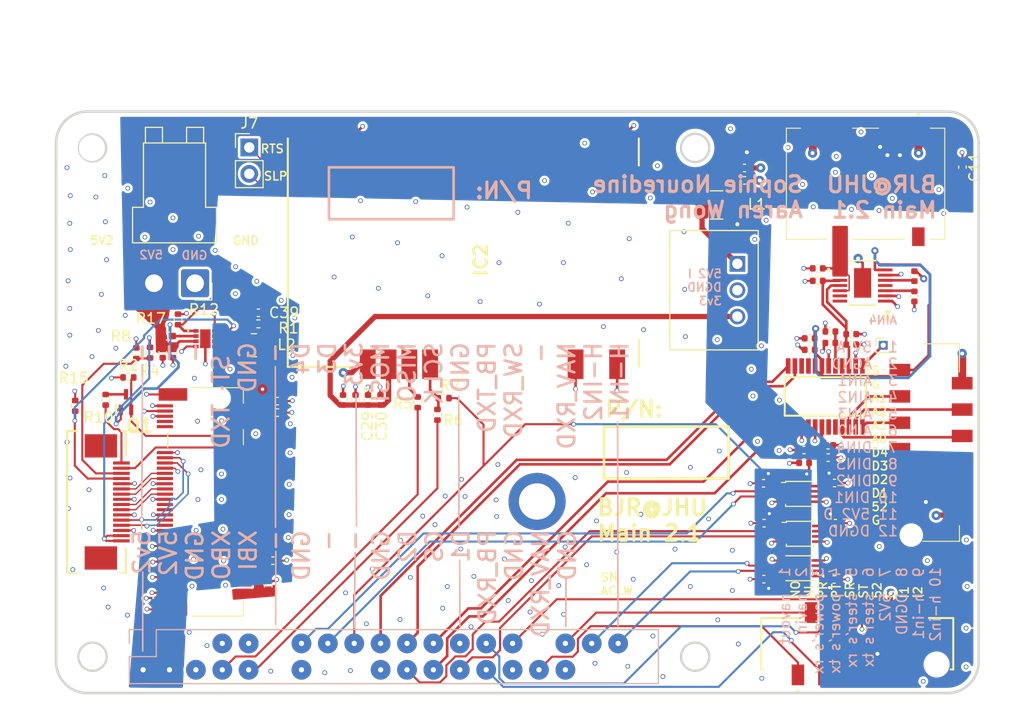
<source format=kicad_pcb>
(kicad_pcb (version 20221018) (generator pcbnew)
  (layers (0 "F.Cu" signal "Front") (1 "In1.Cu" signal) (2 "In2.Cu" signal) (31 "B.Cu" signal "Back") (34 "B.Paste" user) (35 "F.Paste" user) (36 "B.SilkS" user "B.Silkscreen") (37 "F.SilkS" user "F.Silkscreen") (38 "B.Mask" user) (39 "F.Mask" user) (44 "Edge.Cuts" user))
  (net 0 "")
  (net 1 "Net-(U1-REGCAPA)")
  (net 2 "GNDA")
  (net 3 "Net-(U1-REGCAPD)")
  (net 4 "3V3")
  (net 5 "5VADC{slash}SENSOR")
  (net 6 "5VRef")
  (net 7 "5.2V")
  (net 8 "Net-(U4-BYPASS)")
  (net 9 "Net-(U4-NR)")
  (net 10 "9V")
  (net 11 "3V3_XBEE")
  (net 12 "Net-(IC6-FB)")
  (net 13 "VCC3V3")
  (net 14 "IN1(5V)")
  (net 15 "IN2(5V)")
  (net 16 "IN2(3.3V)")
  (net 17 "IN1(3.3V)")
  (net 18 "DOUTXBee")
  (net 19 "DINXBee")
  (net 20 "Net-(IC2-DIO9{slash}ON{slash}~{SLEEP})")
  (net 21 "Net-(IC2-DIO6{slash}~{RTS})")
  (net 22 "DIGITAL_OUTPUT_3")
  (net 23 "DIGITAL_OUTPUT_4")
  (net 24 "DIGITAL_INPUT_4")
  (net 25 "DIGITAL_INPUT_3")
  (net 26 "DIGITAL_OUTPUT_1")
  (net 27 "DIGITAL_OUTPUT_2")
  (net 28 "DIGITAL_INPUT_2")
  (net 29 "DIGITAL_INPUT_1")
  (net 30 "AIN4")
  (net 31 "AIN3")
  (net 32 "AIN2")
  (net 33 "AIN1")
  (net 34 "AIN0")
  (net 35 "POWER_BOARD_PORT_RXD")
  (net 36 "Net-(J10-Pin_8)")
  (net 37 "Net-(J10-Pin_10)")
  (net 38 "ADC_SPI_DIN")
  (net 39 "ADC_SPI_DOUT")
  (net 40 "SCLK")
  (net 41 "RPi_SPI_CS")
  (net 42 "POWER_BOARD_PORT_TXD")
  (net 43 "STEERING_WHEEL_PORT_RXD")
  (net 44 "STEERING_WHEEL_PORT_TXD")
  (net 45 "NAVOUT")
  (net 46 "NAVIN")
  (net 47 "Net-(PS1-+VIN)")
  (net 48 "Net-(IC6-LX)")
  (net 51 "PCIE_DET_WAKE")
  (net 52 "PCIE_RST_B")
  (net 53 "PCIE_PWR_EN")
  (net 54 "3V3_PG")
  (net 85 "PCIE0 RX-")
  (net 87 "PCIE0 RX+")
  (net 91 "PCIE0 TX+")
  (net 92 "PCIE_RST_B_SW")
  (net 93 "PCIE_CLKREQ_N")
  (net 94 "PCIE CLK-")
  (net 96 "PCIE CLK+")
  (net 107 "PCIE0 TX-")
  (net 108 "Net-(J3-Pin_1)")
  (net 109 "5V PCIE")
  (footprint "Capacitor_SMD:C_0402_1005Metric" (layer "F.Cu") (at 127.93 68.25)
    (fp_text reference "C26" hide)
    (fp_text value "4.7uF")
  )
  (footprint "Resistor_SMD:R_0402_1005Metric" (layer "F.Cu") (at 98.973 89.2187)
    (fp_text reference "R7")
    (fp_text value "100k")
  )
  (footprint "Resistor_SMD:R_0402_1005Metric" (layer "F.Cu") (at 81.1378 82.064 180)
    (fp_text reference "R1")
    (fp_text value "10k")
  )
  (footprint "Connector_PinHeader_2.54mm:PinHeader_1x02_P2.54mm_Vertical" (layer "F.Cu") (at 80.264 65.0748)
    (fp_text reference "J7")
    (fp_text value "Conn_01x02")
  )
  (footprint "Capacitor_SMD:C_0402_1005Metric" (layer "F.Cu") (at 134.976 76.72 180)
    (fp_text reference "C23" hide)
    (fp_text value "0.1uF")
  )
  (footprint "Resistor_SMD:R_0402_1005Metric" (layer "F.Cu") (at 69.3928 84.8868 90)
    (fp_text reference "R8")
    (fp_text value "6k8")
  )
  (footprint "Capacitor_SMD:C_0402_1005Metric" (layer "F.Cu") (at 133.66 95.45 180)
    (fp_text reference "C6" hide)
    (fp_text value "10uF")
  )
  (footprint "21xt_footprints:CONV_R-78B3.3-1.5" (layer "F.Cu") (at 124.99 78.82 -90)
    (fp_text reference "PS1" hide)
    (fp_text value "R-78B3.3-1.5L")
  )
  (footprint "Capacitor_SMD:C_0402_1005Metric" (layer "F.Cu") (at 136.67 101.26 180)
    (fp_text reference "C46" hide)
    (fp_text value "0.1uF")
  )
  (footprint "21xt_footprints:M.2-B+M-KEY" (layer "F.Cu") (at 77.9625 99.17 -90)
    (fp_text reference "U$1" hide)
    (fp_text value "M.2-B+M-KEY" hide)
  )
  (footprint "Capacitor_SMD:C_0402_1005Metric" (layer "F.Cu") (at 89.29 89.4 -90)
    (fp_text reference "C28" hide)
    (fp_text value "10uF")
  )
  (footprint "Package_SO:VSSOP-8_2.4x2.1mm_P0.5mm" (layer "F.Cu") (at 133.18 98.44)
    (fp_text reference "IC7" hide)
    (fp_text value "SN74LVC2T45DCTTG4")
  )
  (footprint "Resistor_SMD:R_0402_1005Metric" (layer "F.Cu") (at 66.4412 89.376 90)
    (fp_text reference "R10")
    (fp_text value "33")
  )
  (footprint "Capacitor_SMD:C_0402_1005Metric" (layer "F.Cu") (at 135.98 94.94 180)
    (fp_text reference "C4" hide)
    (fp_text value "1uF")
  )
  (footprint "21xt_footprints:908160012" (layer "F.Cu") (at 145.876 93.495 -90)
    (fp_text reference "J8" hide)
    (fp_text value "Conn_01x12" hide)
  )
  (footprint "Capacitor_SMD:C_0402_1005Metric" (layer "F.Cu") (at 82.96 89.5)
    (fp_text reference "C41" hide)
    (fp_text value "10uF")
  )
  (footprint "Capacitor_SMD:C_0402_1005Metric" (layer "F.Cu") (at 136.19 83.9 180)
    (fp_text reference "C1" hide)
    (fp_text value "0.1uF")
  )
  (footprint "Resistor_SMD:R_0402_1005Metric" (layer "F.Cu") (at 63.51 89.96 90)
    (fp_text reference "R15")
    (fp_text value "100k")
  )
  (footprint "Connector_PinHeader_1.00mm:PinHeader_1x01_P1.00mm_Vertical" (layer "F.Cu") (at 141.276 84.12)
    (fp_text reference "J4" hide)
    (fp_text value "Conn_01x01_Pin")
  )
  (footprint "Capacitor_SMD:C_0402_1005Metric" (layer "F.Cu") (at 90.49 89.4 -90)
    (fp_text reference "C27" hide)
    (fp_text value "0.1uF")
  )
  (footprint "Capacitor_SMD:C_0402_1005Metric" (layer "F.Cu") (at 129.79 106.65)
    (fp_text reference "C14" hide)
    (fp_text value "0.1uF")
  )
  (footprint "Capacitor_SMD:C_0402_1005Metric" (layer "F.Cu") (at 82.09 107.3 90)
    (fp_text reference "C43" hide)
    (fp_text value "10uF")
  )
  (footprint "Capacitor_SMD:C_0402_1005Metric" (layer "F.Cu") (at 136.55 106.68 180)
    (fp_text reference "C15" hide)
    (fp_text value "0.1uF")
  )
  (footprint "21xt_footprints:RLS397" (layer "F.Cu") (at 117.7544 64.2112 90)
    (fp_text reference "IC2")
    (fp_text value "XBP9X-DMUS-011" hide)
  )
  (footprint "Package_SO:VSSOP-8_2.4x2.1mm_P0.5mm" (layer "F.Cu") (at 133.1975 105.6 180)
    (fp_text reference "IC1" hide)
    (fp_text value "SN74LVC2T45DCTTG4")
  )
  (footprint "Capacitor_SMD:C_0402_1005Metric" (layer "F.Cu") (at 81.1358 81.0008 180)
    (fp_text reference "C39")
    (fp_text value "15pF")
  )
  (footprint "Capacitor_SMD:C_0402_1005Metric" (layer "F.Cu") (at 136.19 82.8 180)
    (fp_text reference "C2" hide)
    (fp_text value "1uF")
  )
  (footprint "Capacitor_SMD:C_0402_1005Metric" (layer "F.Cu") (at 134.976 77.92)
    (fp_text reference "C24" hide)
    (fp_text value "1uF")
  )
  (footprint "Capacitor_SMD:C_0402_1005Metric" (layer "F.Cu") (at 144.276 79.42 90)
    (fp_text reference "C20" hide)
    (fp_text value "0.1uF")
  )
  (footprint "Capacitor_SMD:C_0402_1005Metric" (layer "F.Cu") (at 82.54 104.87)
    (fp_text reference "C42" hide)
    (fp_text value "10uF")
  )
  (footprint "Resistor_SMD:R_0402_1005Metric" (layer "F.Cu") (at 96.473 89.6187 90)
    (fp_text reference "R5")
    (fp_text value "68")
  )
  (footprint "Resistor_SMD:R_0402_1005Metric" (layer "F.Cu") (at 70.7136 84.836 -90)
    (fp_text reference "R4")
    (fp_text value "3k6")
  )
  (footprint "Capacitor_SMD:C_0402_1005Metric" (layer "F.Cu") (at 129.7575 97.42)
    (fp_text reference "C16" hide)
    (fp_text value "0.1uF")
  )
  (footprint "Capacitor_SMD:C_0402_1005Metric" (layer "F.Cu") (at 133.65 94.21 180)
    (fp_text reference "C5" hide)
    (fp_text value "0.1uF")
  )
  (footprint "Capacitor_SMD:C_0402_1005Metric" (layer "F.Cu") (at 71.9328 84.844 -90)
    (fp_text reference "C36" hide)
    (fp_text value "10uF")
  )
  (footprint "Capacitor_SMD:C_0402_1005Metric" (layer "F.Cu") (at 72.9328 84.844 -90)
    (fp_text reference "C37" hide)
    (fp_text value "10uF")
  )
  (footprint "Capacitor_SMD:C_0402_1005Metric" (layer "F.Cu") (at 136.5875 97.39 180)
    (fp_text reference "C45" hide)
    (fp_text value "0.1uF")
  )
  (footprint "Inductor_SMD:L_1008_2520Metric" (layer "F.Cu") (at 80.7112 84.124)
    (fp_text reference "L2")
    (fp_text value "2.2uH")
  )
  (footprint "21xt_footprints:ZF5S1601TWT" (layer "F.Cu") (at 65.5592 99.2124 -90)
    (fp_text reference "J3" hide)
    (fp_text value "Conn_01x16" hide)
  )
  (footprint "21xt_footprints:SOT50P160X90-3N" (layer "F.Cu") (at 68.4 89.6 90)
    (fp_text reference "Q1")
    (fp_text value "DMG1012T-7" hide)
  )
  (footprint "Connector_JST:JST_VH_B2PS-VH_1x02_P3.96mm_Horizontal" (layer "F.Cu") (at 75.05 78.15 180)
    (fp_text reference "J6" hide)
    (fp_text value "Conn_01x02")
  )
  (footprint "Capacitor_SMD:C_0402_1005Metric" (layer "F.Cu") (at 144.276 77.47 -90)
    (fp_text reference "C21" hide)
    (fp_text value "0.1uF")
  )
  (footprint "Resistor_SMD:R_0402_1005Metric" (layer "F.Cu") (at 98.373 90.8187 -90)
    (fp_text reference "R6")
    (fp_text value "68")
  )
  (footprint "Capacitor_SMD:C_0402_1005Metric" (layer "F.Cu") (at 91.69 89.4 -90)
    (fp_text reference "C29")
    (fp_text value "47pF")
  )
  (footprint "MountingHole:MountingHole_2.5mm" (layer "F.Cu") (at 123.176 114.12)
    (fp_text reference "H2" hide)
    (fp_text value "MountingHole")
  )
  (footprint "Capacitor_SMD:C_0402_1005Metric" (layer "F.Cu") (at 138.195 83.055 180)
    (fp_text reference "C9" hide)
    (fp_text value "10uF")
  )
  (footprint "Capacitor_SMD:C_0402_1005Metric" (layer "F.Cu") (at 129.81 101.26)
    (fp_text reference "C44" hide)
    (fp_text value "0.1uF")
  )
  (footprint "Capacitor_SMD:C_0402_1005Metric" (layer "F.Cu") (at 135.97 93.75 180)
    (fp_text reference "C3" hide)
    (fp_text value "0.1uF")
  )
  (footprint "Capacitor_SMD:C_0402_1005Metric" (layer "F.Cu") (at 82.98 90.61)
    (fp_text reference "C40" hide)
    (fp_text value "10uF")
  )
  (footprint "21xt_footprints:R2D120509" (layer "F.Cu") (at 139.576 68.57 180)
    (fp_text reference "PS2" hide)
    (fp_text value "R2D12-0509" hide)
  )
  (footprint "21xt_footprints:908160010" (layer "F.Cu") (at 138.776 112.87)
    (fp_text reference "J1" hide)
    (fp_text value "Conn_01x10" hide)
  )
  (footprint "MountingHole:MountingHole_2.5mm" (layer "F.Cu") (at 123.176 65.12)
    (fp_text reference "H1" hide)
    (fp_text value "MountingHole")
  )
  (footprint "21xt_footprints:AP3441LSHE7B" (layer "F.Cu") (at 76.0378 83.494 -90)
    (fp_text reference "IC6" hide)
    (fp_text value "AP3441LSHE-7B" hide)
  )
  (footprint "Resistor_SMD:R_0402_1005Metric" (layer "F.Cu") (at 72.4328 83.239)
    (fp_text reference "R17")
    (fp_text value "10k")
  )
  (footprint "MountingHole:MountingHole_2.5mm" (layer "F.Cu") (at 65.1256 65.1256)
    (fp_text reference "H4" hide)
    (fp_text value "MountingHole")
  )
  (footprint "Capacitor_SMD:C_0402_1005Metric" (layer "F.Cu") (at 148.9 66.97 -90)
    (fp_text reference "C11")
    (fp_text value "0.1uF")
  )
  (footprint "MountingHole:MountingHole_2.5mm" (layer "F.Cu") (at 65.176 114.12)
    (fp_text reference "H3" hide)
    (fp_text value "MountingHole")
  )
  (footprint "21xt_footprints:LT6658AHMSE-2.5-PBF" (layer "F.Cu") (at 139.2916 78.119999 180)
    (fp_text reference "U4" hide)
    (fp_text value "LT6658AHMSE-5-PBF")
  )
  (footprint "Package_SO:VSSOP-8_2.4x2.1mm_P0.5mm" (layer "F.Cu") (at 133.25 102.28)
    (fp_text reference "IC8" hide)
    (fp_text value "SN74LVC2T45DCTTG4")
  )
  (footprint "Inductor_SMD:L_1210_3225Metric" (layer "F.Cu") (at 125.24 70.61 180)
    (fp_text reference "L1")
    (fp_text value "3.9uH")
  )
  (footprint "Capacitor_SMD:C_0402_1005Metric" (layer "F.Cu") (at 134.201 84.558)
    (fp_text reference "C7" hide)
    (fp_text value "0.1uF")
  )
  (footprint "Capacitor_SMD:C_0402_1005Metric" (layer "F.Cu") (at 127.92 67.05)
    (fp_text reference "C25" hide)
    (fp_text value "10uF")
  )
  (footprint "Capacitor_SMD:C_0402_1005Metric" (layer "F.Cu") (at 138.195 84.055 180)
    (fp_text reference "C10" hide)
    (fp_text value "0.1uF")
  )
  (footprint "Resistor_SMD:R_0402_1005Metric" (layer "F.Cu") (at 68.63 87.22)
    (fp_text reference "R2")
    (fp_text value "2.2k")
  )
  (footprint "21xt_footprints:MDT275M02001" (layer "F.Cu") (at 77.4192 99.2124 90)
    (fp_text reference "J5" hide)
    (fp_text value "MDT275M02001" hide)
  )
  (footprint "Capacitor_SMD:C_0402_1005Metric" (layer "F.Cu") (at 92.89 89.4 -90)
    (fp_text reference "C30")
    (fp_text value "8.2pF")
  )
  (footprint "Resistor_SMD:R_0402_1005Metric" (layer "F.Cu") (at 73.406 81.6356 -90)
    (fp_text reference "R12")
    (fp_text value "45k")
  )
  (footprint "21xt_footprints:SOP65P640X120-24N" (layer "F.Cu") (at 135.701 89.058 -90)
    (fp_text reference "U1" hide)
    (fp_text value "AD7175-2BRUZ" hide)
  )
  (footprint "Capacitor_SMD:C_0402_1005Metric" (layer "F.Cu") (at 134.201 83.458)
    (fp_text reference "C8" hide)
    (fp_text value "1uF")
  )
  (footprint "Connector_PinHeader_2.54mm:PinHeader_2x20_P2.54mm_Vertical" (layer "B.Cu") (at 70.046 112.84 -90)
    (fp_text reference "J10" hide)
    (fp_text value "Conn_02x20_Odd_Even")
  )
  (gr_rect (start 87.93 66.99) (end 99.93 71.99) (stroke (width 0.254)) (fill none) (layer "B.SilkS"))
  (gr_line (start 69.91 101.8) (end 69.99 85.98) (stroke (width 0.1524)) (layer "B.SilkS"))
  (gr_line (start 90.38 111.35) (end 90.45 104.11) (stroke (width 0.1524)) (layer "B.SilkS"))
  (gr_line (start 90.58 101.55) (end 90.54 88.83) (stroke (width 0.1524)) (layer "B.SilkS"))
  (gr_line (start 110.73 111.19) (end 110.75 106.52) (stroke (width 0.1524)) (layer "B.SilkS"))
  (gr_line (start 100.45 101.7) (end 100.42 89.04) (stroke (width 0.1524)) (layer "B.SilkS"))
  (gr_line (start 115.75 111.16) (end 115.71 91.51) (stroke (width 0.1524)) (layer "B.SilkS"))
  (gr_line (start 70.01 113.59) (end 70.01 105.96) (stroke (width 0.1524)) (layer "B.SilkS"))
  (gr_line (start 82.82 103.98) (end 82.8 111.01) (stroke (width 0.1524)) (layer "B.SilkS"))
  (gr_line (start 100.51 104.83) (end 100.54 111.19) (stroke (width 0.1524)) (layer "B.SilkS"))
  (gr_line (start 82.77 86.19) (end 82.79 101.65) (stroke (width 0.1524)) (layer "B.SilkS"))
  (gr_rect (start 114.4 96.96) (end 126.4 91.96) (stroke (width 0.254)) (fill none) (layer "F.SilkS"))
  (gr_arc (start 61.676 64.62) (mid 62.55468 62.49868) (end 64.676 61.62) (stroke (width 0.25)) (layer "Edge.Cuts"))
  (gr_line (start 90.726 117.62) (end 104.126 117.62) (stroke (width 0.25)) (layer "Edge.Cuts"))
  (gr_arc (start 147.45468 61.62) (mid 149.576013 62.498673) (end 150.45468 64.62) (stroke (width 0.25)) (layer "Edge.Cuts"))
  (gr_line (start 104.126 117.62) (end 147.45468 117.62) (stroke (width 0.25)) (layer "Edge.Cuts"))
  (gr_line (start 147.45468 61.62) (end 64.676 61.62) (stroke (width 0.25)) (layer "Edge.Cuts"))
  (gr_circle (center 123.176 114.12) (end 124.526 114.12) (stroke (width 0.25)) (fill none) (layer "Edge.Cuts"))
  (gr_arc (start 150.45468 114.62) (mid 149.576005 116.741349) (end 147.45468 117.62) (stroke (width 0.25)) (layer "Edge.Cuts"))
  (gr_line (start 64.676 117.62) (end 77.346 117.62) (stroke (width 0.25)) (layer "Edge.Cuts"))
  (gr_circle (center 123.176 65.12) (end 124.526 65.12) (stroke (width 0.25)) (fill none) (layer "Edge.Cuts"))
  (gr_line (start 61.676 64.62) (end 61.676 98.220635) (stroke (width 0.25)) (layer "Edge.Cuts"))
  (gr_circle (center 65.176 65.12) (end 66.476 65.12) (stroke (width 0.25)) (fill none) (layer "Edge.Cuts"))
  (gr_line (start 77.346 117.62) (end 90.726 117.62) (stroke (width 0.25)) (layer "Edge.Cuts"))
  (gr_line (start 150.45468 114.62) (end 150.45468 64.62) (stroke (width 0.25)) (layer "Edge.Cuts"))
  (gr_arc (start 64.676 117.62) (mid 62.55468 116.74132) (end 61.676 114.62) (stroke (width 0.25)) (layer "Edge.Cuts"))
  (gr_circle (center 65.176 114.12) (end 66.526 114.12) (stroke (width 0.25)) (fill none) (layer "Edge.Cuts"))
  (gr_line (start 61.676 98.220635) (end 61.676 114.62) (stroke (width 0.25)) (layer "Edge.Cuts"))
  (gr_text "P/N:" (at 107.69 70.13) (layer "B.SilkS") (effects (font (size 1.524 1.524) (thickness 0.3048) bold) (justify left bottom mirror)))
  (gr_text "1  navout\n2  navin\n3  power's rx\n4  power's tx\n5  steer's rx\n6  steer's tx\n7  5V2\n8  DGND\n9  h-in1\n10 h-in2" (at 146.88 105.41 90) (layer "B.SilkS") (effects (font (size 1 1)) (justify left bottom mirror)))
  (gr_text "1  5V A\n2  AGND\n3  AIN1\n4  AIN2\n5  AIN3\n6  AIN0\n7  DIN4\n8  DIN3\n9  DIN2\n10 DIN1\n11 5V2 D\n12 DGND" (at 142.78 102.6) (layer "B.SilkS") (effects (font (size 1 1)) (justify left bottom mirror)))
  (gr_text "AIN4" (at 142.69 82.17) (layer "B.SilkS") (effects (font (size 0.8128 0.8128) (thickness 0.1524) bold) (justify left bottom mirror)))
  (gr_text "Sophie Nouredine\nAaren Wong" (at 133.7 71.97) (layer "B.SilkS") (effects (font (size 1.524 1.524) (thickness 0.3048) bold) (justify left bottom mirror)))
  (gr_text "5V2" (at 72.04 75.9) (layer "B.SilkS") (effects (font (size 0.8128 0.8128) (thickness 0.1524) bold) (justify left bottom mirror)))
  (gr_text "5V2 I\nDGND\n3v3" (at 125.82 80.33) (layer "B.SilkS") (effects (font (size 0.8128 0.8128) (thickness 0.1524) bold) (justify left bottom mirror)))
  (gr_text "-\n-\n-\n ST-TXD\nGND\n-\nD4\nD3\n3v3\nMOSI\nMISO\nSCLK\nGND\nPB_TXD\nSW_RXD\n-\nNAV_RXD\nH-IN2\nH-IN1" (at 116.87 83.69 90) (layer "B.SilkS") (effects (font (size 1.59 1.59) (thickness 0.25)) (justify left bottom mirror)))
  (gr_text "BJR@JHU\nMain 2.1" (at 146.59 72) (layer "B.SilkS") (effects (font (size 1.524 1.524) (thickness 0.3048) bold) (justify left bottom mirror)))
  (gr_text "GND" (at 76.33 75.94) (layer "B.SilkS") (effects (font (size 0.8128 0.8128) (thickness 0.1524) bold) (justify left bottom mirror)))
  (gr_text "5v2\n5V2\nGND\nXBO\nXBI\n-   \nGND\n-\n-\nGND\nD2\nCS\nD1\nPB_RXD\nGND\nNAV_RXD\nGND" (at 111.8 101.79 90) (layer "B.SilkS") (effects (font (size 1.59 1.59) (thickness 0.25) bold) (justify left bottom mirror)))
  (gr_text "RTS" (at 81.27 65.68) (layer "F.SilkS") (effects (font (size 0.8128 0.8128) (thickness 0.1524) bold) (justify left bottom)))
  (gr_text "SN\nACLW" (at 113.99 108.24) (layer "F.SilkS") (effects (font (size 0.8128 0.8128) (thickness 0.1524) bold) (justify left bottom)))
  (gr_text "5\nG\nA1\nA2\nA3\nA0\nD4\nD3\nD2\nD1\n52\nG" (at 140.06 101.46) (layer "F.SilkS") (effects (font (size 0.8128 0.8128) (thickness 0.1524) bold) (justify left bottom)))
  (gr_text "P/N:" (at 114.37 91.17) (layer "F.SilkS") (effects (font (size 1.524 1.524) (thickness 0.3048) bold) (justify left bottom)))
  (gr_text "BJR@JHU\nMain 2.1\n" (at 113.59 103.1) (layer "F.SilkS") (effects (font (size 1.524 1.524) (thickness 0.3048) bold) (justify left bottom)))
  (gr_text "NO\nNI\nPR\nPT\nSR\nST\n52\nG\nI1\nI2" (at 145.09 108.6 90) (layer "F.SilkS") (effects (font (size 0.8128 0.8128) (thickness 0.1524) bold) (justify left bottom)))
  (gr_text "5V2" (at 64.86 74.5) (layer "F.SilkS") (effects (font (size 0.8128 0.8128) (thickness 0.1524) bold) (justify left bottom)))
  (gr_text "SLP" (at 81.58 68.31) (layer "F.SilkS") (effects (font (size 0.8128 0.8128) (thickness 0.1524) bold) (justify left bottom)))
  (gr_text "GND" (at 78.58 74.51) (layer "F.SilkS") (effects (font (size 0.8128 0.8128) (thickness 0.1524) bold) (justify left bottom)))
  (segment (start 136.676 83.906) (end 136.67 83.9) (width 0.25) (layer "F.Cu") (net 1))
  (segment (start 136.665 83.905) (end 136.67 83.9) (width 0.254) (layer "F.Cu") (net 1))
  (segment (start 136.67 83.9) (end 136.67 82.8) (width 0.25) (layer "F.Cu") (net 1))
  (segment (start 136.676 86.12) (end 136.676 83.906) (width 0.25) (layer "F.Cu") (net 1))
  (segment (start 141.476 79.369999) (end 142.699999 79.369999) (width 0.25) (layer "F.Cu") (net 2))
  (segment (start 129.31 106.65) (end 128.47 106.65) (width 0.2) (layer "F.Cu") (net 2))
  (segment (start 68.12 87.22) (end 67.07 87.22) (width 0.2) (layer "F.Cu") (net 2))
  (segment (start 136.46 94.94) (end 137.16 94.94) (width 0.25) (layer "F.Cu") (net 2))
  (segment (start 72.1442 90.9624) (end 70.9924 90.9624) (width 0.2) (layer "F.Cu") (net 2))
  (segment (start 82.09 106.82) (end 82.78 106.82) (width 0.2) (layer "F.Cu") (net 2))
  (segment (start 70.9924 98.9624) (end 70.99 98.96) (width 0.2) (layer "F.Cu") (net 2))
  (segment (start 67.9592 98.9624) (end 69.1876 98.9624) (width 0.2) (layer "F.Cu") (net 2))
  (segment (start 144.276 76.99) (end 144.446 76.99) (width 0.254) (layer "F.Cu") (net 2))
  (segment (start 72.1442 101.9624) (end 71.0324 101.9624) (width 0.2) (layer "F.Cu") (net 2))
  (segment (start 130.67 99.19) (end 131.63 99.19) (width 0.2) (layer "F.Cu") (net 2))
  (segment (start 71.0176 104.9624) (end 70.98 105) (width 0.2) (layer "F.Cu") (net 2))
  (segment (start 67.9592 100.4624) (end 69.1976 100.4624) (width 0.2) (layer "F.Cu") (net 2))
  (segment (start 70.9724 89.9624) (end 70.95 89.94) (width 0.2) (layer "F.Cu") (net 2))
  (segment (start 69.1876 98.9624) (end 69.19 98.96) (width 0.2) (layer "F.Cu") (net 2))
  (segment (start 72.1442 95.9624) (end 73.0824 95.9624) (width 0.125) (layer "F.Cu") (net 2))
  (segment (start 134.496 77.92) (end 133.8 77.92) (width 0.2) (layer "F.Cu") (net 2))
  (segment (start 138.675 83.055) (end 139.475 83.055) (width 0.25) (layer "F.Cu") (net 2))
  (segment (start 128.41 68.25) (end 129.39 68.25) (width 0.508) (layer "F.Cu") (net 2))
  (segment (start 132.29 95.45) (end 132.25 95.49) (width 0.25) (layer "F.Cu") (net 2))
  (segment (start 73.3424 94.4624) (end 73.35 94.47) (width 0.125) (layer "F.Cu") (net 2))
  (segment (start 136.026 84.746) (end 136.026 86.12) (width 0.25) (layer "F.Cu") (net 2))
  (segment (start 135.71 81.99) (end 135.7 81.98) (width 0.25) (layer "F.Cu") (net 2))
  (segment (start 138.62 84.11) (end 138.675 84.055) (width 0.254) (layer "F.Cu") (net 2))
  (segment (start 67.9592 101.9624) (end 69.1376 101.9624) (width 0.2) (layer "F.Cu") (net 2))
  (segment (start 69.1976 97.4624) (end 69.22 97.44) (width 0.2) (layer "F.Cu") (net 2))
  (segment (start 148.9 65.6) (end 148.86 65.56) (width 0.2) (layer "F.Cu") (net 2))
  (segment (start 90.49 88.92) (end 90.49 88.13) (width 0.25) (layer "F.Cu") (net 2))
  (segment (start 111.6686 88.3314) (end 111.66 88.34) (width 0.25) (layer "F.Cu") (net 2))
  (segment (start 130.71 104.85) (end 130.58 104.72) (width 0.2) (layer "F.Cu") (net 2))
  (segment (start 111.6686 85.9536) (end 111.6686 88.3314) (width 0.25) (layer "F.Cu") (net 2))
  (segment (start 115.6686 64.4652) (end 115.7648 64.4652) (width 0.25) (layer "F.Cu") (net 2))
  (segment (start 134.496 63.47) (end 134.496 65.6) (width 0.762) (layer "F.Cu") (net 2))
  (segment (start 133.517668 84.558) (end 133.721 84.558) (width 0.25) (layer "F.Cu") (net 2))
  (segment (start 135.57 84.04) (end 135.57 84.56) (width 0.25) (layer "F.Cu") (net 2))
  (segment (start 70.35 108.49) (end 70.3776 108.4624) (width 0.2) (layer "F.Cu") (net 2))
  (segment (start 135.76 99.19) (end 135.8 99.23) (width 0.2) (layer "F.Cu") (net 2))
  (segment (start 148.876 100.48) (end 146.416 100.48) (width 0.508) (layer "F.Cu") (net 2))
  (segment (start 148.9 66.49) (end 148.9 65.6) (width 0.2) (layer "F.Cu") (net 2))
  (segment (start 139.475 83.055) (end 139.48 83.06) (width 0.25) (layer "F.Cu") (net 2))
  (segment (start 142.699999 79.369999) (end 142.77 79.44) (width 0.25) (layer "F.Cu") (net 2))
  (segment (start 72.9192 88.8624) (end 70.3924 88.8624) (width 0.2) (layer "F.Cu") (net 2))
  (segment (start 72.1442 106.4624) (end 70.9676 106.4624) (width 0.2) (layer "F.Cu") (net 2))
  (segment (start 91.69 88.92) (end 91.69 88.14) (width 0.25) (layer "F.Cu") (net 2))
  (segment (start 133.8 77.92) (end 133.75 77.97) (width 0.2) (layer "F.Cu") (net 2))
  (segment (start 92.89 88.18) (end 92.85 88.14) (width 0.25) (layer "F.Cu") (net 2))
  (segment (start 134.726 93.314) (end 134.7 93.34) (width 0.25) (layer "F.Cu") (net 2))
  (segment (start 70.9024 107.9624) (end 70.9 107.96) (width 0.2) (layer "F.Cu") (net 2))
  (segment (start 142.889999 77.370001) (end 142.99 77.27) (width 0.25) (layer "F.Cu") (net 2))
  (segment (start 128.5 97.42) (end 128.47 97.45) (width 0.2) (layer "F.Cu") (net 2))
  (segment (start 136.45 93.75) (end 137.19 93.75) (width 0.25) (layer "F.Cu") (net 2))
  (segment (start 142.130001 79.870001) (end 142.66 80.4) (width 0.25) (layer "F.Cu") (net 2))
  (segment (start 134.496 65.6) (end 134.476 65.62) (width 0.762) (layer "F.Cu") (net 2))
  (segment (start 90.49 88.13) (end 90.48 88.12) (width 0.25) (layer "F.Cu") (net 2))
  (segment (start 83.81 104.87) (end 83.87 104.81) (width 0.2) (layer "F.Cu") (net 2))
  (segment (start 69.1376 101.9624) (end 69.14 101.96) (width 0.2) (layer "F.Cu") (net 2))
  (segment (start 138.626 84.874) (end 138.63 84.87) (width 0.25) (layer "F.Cu") (net 2))
  (segment (start 144.446 76.99) (end 145.176 77.72) (width 0.254) (layer "F.Cu") (net 2))
  (segment (start 130.68 103.03) (end 130.52 103.19) (width 0.2) (layer "F.Cu") (net 2))
  (segment (start 89.6686 64.4652) (end 89.7548 64.4652) (width 0.25) (layer "F.Cu") (net 2))
  (segment (start 129.4 68.24) (end 129.39 68.25) (width 0.508) (layer "F.Cu") (net 2))
  (segment (start 139.2916 78.119999) (end 139.2916 76.2016) (width 0.25) (layer "F.Cu") (net 2))
  (segment (start 128.4 67.05) (end 129.48 67.05) (width 0.508) (layer "F.Cu") (net 2))
  (segment (start 69.3928 84.3768) (end 69.3928 83.5228) (width 0.2) (layer "F.Cu") (net 2))
  (segment (start 133.721 83.458) (end 132.972 83.458) (width 0.25) (layer "F.Cu") (net 2))
  (segment (start 70.3924 88.8624) (end 70.37 88.84) (width 0.2) (layer "F.Cu") (net 2))
  (segment (start 75.6418 84.244) (end 76.0378 83.848) (width 0.254) (layer "F.Cu") (net 2))
  (segment (start 132.33 94.21) (end 132.31 94.19) (width 0.25) (layer "F.Cu") (net 2))
  (segment (start 84.38 89.5) (end 84.42 89.46) (width 0.2) (layer "F.Cu") (net 2))
  (segment (start 141.476 77.370001) (end 142.889999 77.370001) (width 0.25) (layer "F.Cu") (net 2))
  (segment (start 75.1378 84.244) (end 74.226 84.244) (width 0.2) (layer "F.Cu") (net 2))
  (segment (start 74.1444 81.1256) (end 73.406 81.1256) (width 0.2) (layer "F.Cu") (net 2))
  (segment (start 72.1442 107.9624) (end 70.9024 107.9624) (width 0.2) (layer "F.Cu") (net 2))
  (segment (start 134.496 76.72) (end 133.64 76.72) (width 0.2) (layer "F.Cu") (net 2))
  (segment (start 144.246001 79.870001) (end 144.276 79.9) (width 0.254) (layer "F.Cu") (net 2))
  (segment (start 137.15 101.26) (end 138.03 101.26) (width 0.2) (layer "F.Cu") (net 2))
  (segment (start 144.656 65.6) (end 144.676 65.62) (width 0.762) (layer "F.Cu") (net 2))
  (segment (start 90.13 86.77) (end 90.9464 85.9536) (width 0.508) (layer "F.Cu") (net 2))
  (segment (start 130.56 99.3) (end 130.67 99.19) (width 0.2) (layer "F.Cu") (net 2))
  (segment (start 72.9192 109.5624) (end 70.4424 109.5624) (width 0.2) (layer "F.Cu") (net 2))
  (segment (start 115.6686 85.9536) (end 115.6686 88.4614) (width 0.25) (layer "F.Cu") (net 2))
  (segment (start 132.972 83.458) (end 132.96 83.47) (width 0.25) (layer "F.Cu") (net 2))
  (segment (start 70.9576 103.4624) (end 70.93 103.49) (width 0.2) (layer "F.Cu") (net 2))
  (segment (start 89.29 88.08) (end 89.31 88.06) (width 0.25) (layer "F.Cu") (net 2))
  (segment (start 141.476 79.870001) (end 142.130001 79.870001) (width 0.25) (layer "F.Cu") (net 2))
  (segment (start 70.9924 90.9624) (end 70.99 90.96) (width 0.2) (layer "F.Cu") (net 2))
  (segment (start 115.7648 64.4652) (end 117.27 62.96) (width 0.25) (layer "F.Cu") (net 2))
  (segment (start 137.84 106.68) (end 137.86 106.66) (width 0.2) (layer "F.Cu") (net 2))
  (segment (start 71.9328 86.0428) (end 71.95 86.06) (width 0.2) (layer "F.Cu") (net 2))
  (segment (start 73.0824 95.9624) (end 73.39 96.27) (width 0.125) (layer "F.Cu") (net 2))
  (segment (start 84.34 90.61) (end 84.36 90.59) (width 0.2) (layer "F.Cu") (net 2))
  (segment (start 63.51 89.45) (end 63.51 88.58) (width 0.2) (layer "F.Cu") (net 2))
  (segment (start 138.626 86.12) (end 138.626 84.874) (width 0.25) (layer "F.Cu") (net 2))
  (segment (start 141.956 109.87) (end 141.956 108.024) (width 0.508) (layer "F.Cu") (net 2))
  (segment (start 133.426 91.996) (end 133.426 93.296) (width 0.25) (layer "F.Cu") (net 2))
  (segment (start 71.0424 100.4624) (end 71.03 100.45) (width 0.2) (layer "F.Cu") (net 2))
  (segment (start 135.71 83.9) (end 135.57 84.04) (width 0.25) (layer "F.Cu") (net 2))
  (segment (start 72.1442 98.9624) (end 70.9924 98.9624) (width 0.2) (layer "F.Cu") (net 2))
  (segment (start 141.956 108.024) (end 141.98 108) (width 0.508) (layer "F.Cu") (net 2))
  (segment (start 63.51 88.58) (end 63.47 88.54) (width 0.2) (layer "F.Cu") (net 2))
  (segment (start 128.47 106.65) (end 128.46 106.66) (width 0.2) (layer "F.Cu") (net 2))
  (segment (start 146.416 100.48) (end 146.376 100.52) (width 0.508) (layer "F.Cu") (net 2))
  (segment (start 115.6686 88.4614) (end 115.65 88.48) (width 0.25) (layer "F.Cu") (net 2))
  (segment (start 134.8 103.03) (end 135.8 103.03) (width 0.2) (layer "F.Cu") (net 2))
  (segment (start 129.2775 97.42) (end 128.5 97.42) (width 0.2) (layer "F.Cu") (net 2))
  (segment (start 72.1442 89.9624) (end 70.9724 89.9624) (width 0.2) (layer "F.Cu") (net 2))
  (segment (start 72.1442 90.4624) (end 70.1676 90.4624) (width 0.2) (layer "F.Cu") (net 2))
  (segment (start 135.57 84.56) (end 135.42 84.71) (width 0.25) (layer "F.Cu") (net 2))
  (segment (start 134.726 91.996) (end 134.726 93.314) (width 0.25) (layer "F.Cu") (net 2))
  (segment (start 133.18 95.45) (end 132.29 95.45) (width 0.25) (layer "F.Cu") (net 2))
  (segment (start 133.17 94.21) (end 132.33 94.21) (width 0.25) (layer "F.Cu") (net 2))
  (segment (start 137.03 106.68) (end 137.84 106.68) (width 0.2) (layer "F.Cu") (net 2))
  (segment (start 90.9464 85.9536) (end 91.6686 85.9536) (width 0.508) (layer "F.Cu") (net 2))
  (segment (start 144.276 79.9) (end 144.276 80.694) (width 0.254) (layer "F.Cu") (net 2))
  (segment (start 83.46 90.61) (end 84.34 90.61) (width 0.2) (layer "F.Cu") (net 2))
  (segment (start 135.62 104.85) (end 135.81 104.66) (width 0.2) (layer "F.Cu") (net 2))
  (segment (start 67.07 87.22) (end 67 87.29) (width 0.2) (layer "F.Cu") (net 2))
  (segment (start 129.33 101.26) (end 128.53 101.26) (width 0.2) (layer "F.Cu") (net 2))
  (segment (start 76.0378 83.494) (end 76.0378 85.9178) (width 0.254) (layer "F.Cu") (net 2))
  (segment (start 136.02 84.74) (end 136.026 84.746) (width 0.25) (layer "F.Cu") (net 2))
  (segment (start 70.4424 109.5624) (end 70.41 109.53) (width 0.2) (layer "F.Cu") (net 2))
  (segment (start 137.19 93.75) (end 137.2 93.74) (width 0.25) (layer "F.Cu") (net 2))
  (segment (start 133.426 93.296) (end 133.44 93.31) (width 0.25) (layer "F.Cu") (net 2))
  (segment (start 137.16 94.94) (end 137.19 94.97) (width 0.25) (layer "F.Cu") (net 2))
  (segment (start 148.876 84.92) (end 148.876 87.78) (width 0.762) (layer "F.Cu") (net 2))
  (segment (start 133.64 76.72) (end 133.63 76.71) (width 0.2) (layer "F.Cu") (net 2))
  (segment (start 71.0224 97.4624) (end 71.01 97.45) (width 0.2) (layer "F.Cu") (net 2))
  (segment (start 83.02 104.87) (end 83.81 104.87) (width 0.2) (layer "F.Cu") (net 2))
  (segment (start 144.276 80.694) (end 144.26 80.71) (width 0.254) (layer "F.Cu") (net 2))
  (segment (start 72.1442 97.4624) (end 71.0224 97.4624) (width 0.2) (layer "F.Cu") (net 2))
  (segment (start 131.7 103.03) (end 130.68 103.03) (width 0.2) (layer "F.Cu") (net 2))
  (segment (start 72.1442 103.4624) (end 70.9576 103.4624) (width 0.2) (layer "F.Cu") (net 2))
  (segment (start 89.31 86.77) (end 90.13 86.77) (width 0.508) (layer "F.Cu") (net 2))
  (segment (start 133.048389 84.088721) (end 133.517668 84.558) (width 0.25) (layer "F.Cu") (net 2))
  (segment (start 89.7548 64.4652) (end 91.18 63.04) (width 0.25) (layer "F.Cu") (net 2))
  (segment (start 139.2916 76.2016) (end 138.86 75.77) (width 0.25) (layer "F.Cu") (net 2))
  (segment (start 134.7475 104.85) (end 135.62 104.85) (width 0.2) (layer "F.Cu") (net 2))
  (segment (start 70.1676 90.4624) (end 70.16 90.47) (width 0.2) (layer "F.Cu") (net 2))
  (segment (start 74.22 81.05) (end 74.1444 81.1256) (width 0.2) (layer "F.Cu") (net 2))
  (segment (start 138.03 101.26) (end 138.04 101.27) (width 0.2) (layer "F.Cu") (net 2))
  (segment (start 92.89 88.92) (end 92.89 88.18) (width 0.25) (layer "F.Cu") (net 2))
  (segment (start 135.71 82.8) (end 135.71 81.99) (width 0.25) (layer "F.Cu") (net 2))
  (segment (start 76.9378 82.744) (end 76.9378 81.1478) (width 0.2) (layer "F.Cu") (net 2))
  (segment (start 134.73 99.19) (end 135.76 99.19) (width 0.2) (layer "F.Cu") (net 2))
  (segment (start 144.656 63.47) (end 144.656 65.6) (width 0.762) (layer "F.Cu") (net 2))
  (segment (start 71.0324 101.9624) (end 71.01 101.94) (width 0.2) (layer "F.Cu") (net 2))
  (segment (start 131.6475 104.85) (end 130.71 104.85) (width 0.2) (layer "F.Cu") (net 2))
  (segment (start 76.0378 85.9178) (end 76.04 85.92) (width 0.254) (layer "F.Cu") (net 2))
  (segment (start 76.9378 81.1478) (end 76.9 81.11) (width 0.2) (layer "F.Cu") (net 2))
  (segment (start 72.1442 94.4624) (end 73.3424 94.4624) (width 0.125) (layer "F.Cu") (net 2))
  (segment (start 74.226 84.244) (end 73.75 84.72) (width 0.2) (layer "F.Cu") (net 2))
  (segment (start 83.44 89.5) (end 84.38 89.5) (width 0.2) (layer "F.Cu") (net 2))
  (segment (start 135.8 103.03) (end 135.88 103.11) (width 0.2) (layer "F.Cu") (net 2))
  (segment (start 72.9328 85.324) (end 72.9328 86.0172) (width 0.2) (layer "F.Cu") (net 2))
  (segment (start 70.9676 106.4624) (end 70.95 106.48) (width 0.2) (layer "F.Cu") (net 2))
  (segment (start 71.9328 85.324) (end 71.9328 86.0428) (width 0.2) (layer "F.Cu") (net 2))
  (segment (start 137.0675 97.39) (end 137.85 97.39) (width 0.2) (layer "F.Cu") (net 2))
  (segment (start 69.1976 100.4624) (end 69.2 100.46) (width 0.2) (layer "F.Cu") (net 2))
  (segment (start 70.3776 108.4624) (end 72.1442 108.4624) (width 0.2) (layer "F.Cu") (net 2))
  (segment (start 139.415 84.055) (end 139.43 84.04) (width 0.254) (layer "F.Cu") (net 2))
  (segment (start 76.0378 83.848) (end 76.0378 83.494) (width 0.254) (layer "F.Cu") (net 2))
  (segment (start 89.29 88.92) (end 89.29 88.08) (width 0.25) (layer "F.Cu") (net 2))
  (segment (start 72.1442 100.4624) (end 71.0424 100.4624) (width 0.2) (layer "F.Cu") (net 2))
  (segment (start 69.3928 83.5228) (end 69.37 83.5) (width 0.2) (layer "F.Cu") (net 2))
  (segment (start 138.675 84.055) (end 139.415 84.055) (width 0.254) (layer "F.Cu") (net 2))
  (segment (start 72.1442 104.9624) (end 71.0176 104.9624) (width 0.2) (layer "F.Cu") (net 2))
  (segment (start 72.9328 86.0172) (end 72.92 86.03) (width 0.2) (layer "F.Cu") (net 2))
  (segment (start 67.9592 97.4624) (end 69.1976 97.4624) (width 0.2) (layer "F.Cu") (net 2))
  (segment (start 82.78 106.82) (end 82.91 106.69) (width 0.2) (layer "F.Cu") (net 2))
  (via (at 63.28 105.73) (size 0.45) (drill 0.3) (layers "F.Cu" "B.Cu") (net 2))
  (via (at 149.25 111.37) (size 0.45) (drill 0.3) (layers "F.Cu" "B.Cu") (net 2))
  (via (at 62.72 67.02) (size 0.45) (drill 0.3) (layers "F.Cu" "B.Cu") (net 2))
  (via (at 126.76 103.87) (size 0.45) (drill 0.3) (layers "F.Cu" "B.Cu") (net 2))
  (via (at 142.15 69.98) (size 0.45) (drill 0.3) (layers "F.Cu" "B.Cu") (net 2))
  (via (at 142.77 79.44) (size 0.45) (drill 0.3) (layers "F.Cu" "B.Cu") (net 2))
  (via (at 66.03 79.22) (size 0.45) (drill 0.3) (layers "F.Cu" "B.Cu") (net 2))
  (via (at 128.74 89.01) (size 0.45) (drill 0.3) (layers "F.Cu" "B.Cu") (net 2))
  (via (at 110.52 110.04) (size 0.45) (drill 0.3) (layers "F.Cu" "B.Cu") (net 2))
  (via (at 70.93 103.49) (size 0.45) (drill 0.3) (layers "F.Cu" "B.Cu") (net 2))
  (via (at 120.07 116.03) (size 0.45) (drill 0.3) (layers "F.Cu" "B.Cu") (net 2))
  (via (at 92.69 78.64) (size 0.45) (drill 0.3) (layers "F.Cu" "B.Cu") (net 2))
  (via (at 76.9 81.11) (size 0.45) (drill 0.3) (layers "F.Cu" "B.Cu") (net 2))
  (via (at 67.42 84.41) (size 0.45) (drill 0.3) (layers "F.Cu" "B.Cu") (net 2))
  (via (at 116.69 115.04) (size 0.45) (drill 0.3) (layers "F.Cu" "B.Cu") (net 2))
  (via (at 66.36 67.79) (size 0.45) (drill 0.3) (layers "F.Cu" "B.Cu") (net 2))
  (via (at 65.74 82.7) (size 0.45) (drill 0.3) (layers "F.Cu" "B.Cu") (net 2))
  (via (at 133.44 93.31) (size 0.45) (drill 0.3) (layers "F.Cu" "B.Cu") (net 2))
  (via (at 73.35 94.47) (size 0.45) (drill 0.3) (layers "F.Cu" "B.Cu") (net 2))
  (via (at 126.58 63.27) (size 0.45) (drill 0.3) (layers "F.Cu" "B.Cu") (net 2))
  (via (at 122.17 78.74) (size 0.45) (drill 0.3) (layers "F.Cu" "B.Cu") (net 2))
  (via (at 70.16 90.47) (size 0.45) (drill 0.3) (layers "F.Cu" "B.Cu") (net 2))
  (via (at 137.86 106.66) (size 0.45) (drill 0.3) (layers "F.Cu" "B.Cu") (net 2))
  (via (at 66.68 109.34) (size 0.45) (drill 0.3) (layers "F.Cu" "B.Cu") (net 2))
  (via (at 74.98 87.3) (size 0.45) (drill 0.3) (layers "F.Cu" "B.Cu") (net 2))
  (via (at 135.7 81.98) (size 0.45) (drill 0.3) (layers "F.Cu" "B.Cu") (net 2))
  (via (at 77.6 91.4) (size 0.45) (drill 0.3) (layers "F.Cu" "B.Cu") (net 2))
  (via (at 78.93 79.16) (size 0.45) (drill 0.3) (layers "F.Cu" "B.Cu") (net 2))
  (via (at 66.25 107.51) (size 0.45) (drill 0.3) (layers "F.Cu" "B.Cu") (net 2))
  (via (at 70.41 109.53) (size 0.45) (drill 0.3) (layers "F.Cu" "B.Cu") (net 2))
  (via (at 63.04 69.72) (size 0.45) (drill 0.3) (layers "F.Cu" "B.Cu") (net 2))
  (via (at 122.72 95.88) (size 0.45) (drill 0.3) (layers "F.Cu" "B.Cu") (net 2))
  (via (at 90.48 88.12) (size 0.45) (drill 0.3) (layers "F.Cu" "B.Cu") (net 2))
  (via (at 145.53 104.87) (size 0.45) (drill 0.3) (layers "F.Cu" "B.Cu") (net 2))
  (via (at 113.3 69.36) (size 0.45) (drill 0.3) (layers "F.Cu" "B.Cu") (net 2))
  (via (at 98.82 75.51) (size 0.45) (drill 0.3) (layers "F.Cu" "B.Cu") (net 2))
  (via (at 77.59 96.52) (size 0.45) (drill 0.3) (layers "F.Cu" "B.Cu") (net 2))
  (via (at 135.42 84.71) (size 0.45) (drill 0.3) (layers "F.Cu" "B.Cu") (net 2))
  (via (at 70.35 108.49) (size 0.45) (drill 0.3) (layers "F.Cu" "B.Cu") (net 2))
  (via (at 84.19 94.49) (size 0.45) (drill 0.3) (layers "F.Cu" "B.Cu") (net 2))
  (via (at 84.36 90.59) (size 0.45) (drill 0.3) (layers "F.Cu" "B.Cu") (net 2))
  (via (at 114.35 82.33) (size 0.45) (drill 0.3) (layers "F.Cu" "B.Cu") (net 2))
  (via (at 84.46 85.11) (size 0.45) (drill 0.3) (layers "F.Cu" "B.Cu") (net 2))
  (via (at 83.87 104.81) (size 0.45) (drill 0.3) (layers "F.Cu" "B.Cu") (net 2))
  (via (at 141.98 108) (size 0.889) (drill 0.381) (layers "F.Cu" "B.Cu") (net 2))
  (via (at 138.04 101.27) (size 0.45) (drill 0.3) (layers "F.Cu" "B.Cu") (net 2))
  (via (at 119.11 112.13) (size 0.45) (drill 0.3) (layers "F.Cu" "B.Cu") (net 2))
  (via (at 132.31 94.19) (size 0.45) (drill 0.3) (layers "F.Cu" "B.Cu") (net 2))
  (via (at 94.77 110.54) (size 0.45) (drill 0.3) (layers "F.Cu" "B.Cu") (net 2))
  (via (at 113.54 114.75) (size 0.45) (drill 0.3) (layers "F.Cu" "B.Cu") (net 2))
  (via (at 122.24 83.29) (size 0.45) (drill 0.3) (layers "F.Cu" "B.Cu") (net 2))
  (via (at 71.03 100.45) (size 0.45) (drill 0.3) (layers "F.Cu" "B.Cu") (net 2))
  (via (at 118.21 82.63) (size 0.45) (drill 0.3) (layers "F.Cu" "B.Cu") (net 2))
  (via (at 70.9 107.96) (size 0.45) (drill 0.3) (layers "F.Cu" "B.Cu") (net 2))
  (via (at 146.376 100.52) (size 0.889) (drill 0.381) (layers "F.Cu" "B.Cu") (net 2))
  (via (at 99.12 98.65) (size 0.45) (drill 0.3) (layers "F.Cu" "B.Cu") (net 2))
  (via (at 135.81 104.66) (size 0.45) (drill 0.3) (layers "F.Cu" "B.Cu") (net 2))
  (via (at 76.19 113.05) (size 0.45) (drill 0.3) (layers "F.Cu" "B.Cu") (net 2))
  (via (at 145.13 116.49) (size 0.45) (drill 0.3) (layers "F.Cu" "B.Cu") (net 2))
  (via (at 104.02 99.01) (size 0.45) (drill 0.3) (layers "F.Cu" "B.Cu") (net 2))
  (via (at 146.63 69.14) (size 0.45) (drill 0.3) (layers "F.Cu" "B.Cu") (net 2))
  (via (at 75.15 101.95) (size 0.45) (drill 0.3) (layers "F.Cu" "B.Cu") (net 2))
  (via (at 129.48 67.05) (size 0.889) (drill 0.381) (layers "F.Cu" "B.Cu") (net 2))
  (via (at 135.8 99.23) (size 0.45) (drill 0.3) (layers "F.Cu" "B.Cu") (net 2))
  (via (at 72.92 71.86) (size 0.45) (drill 0.3) (layers "F.Cu" "B.Cu") (net 2))
  (via (at 134.476 65.62) (size 0.889) (drill 0.381) (layers "F.Cu" "B.Cu") (net 2))
  (via (at 94.82 102.92) (size 0.45) (drill 0.3) (layers "F.Cu" "B.Cu") (net 2))
  (via (at 89.53 107.97) (size 0.45) (drill 0.3) (layers "F.Cu" "B.Cu") (net 2))
  (via (at 139.14 63.58) (size 0.45) (drill 0.3) (layers "F.Cu" "B.Cu") (net 2))
  (via (at 69.22 97.44) (size 0.45) (drill 0.3) (layers "F.Cu" "B.Cu") (net 2))
  (via (at 115.65 88.48) (size 0.45) (drill 0.3) (layers "F.Cu" "B.Cu") (net 2))
  (via (at 62.85 99.84) (size 0.45) (drill 0.3) (layers "F.Cu" "B.Cu") (net 2))
  (via (at 66.42 72.23) (size 0.45) (drill 0.3) (layers "F.Cu" "B.Cu") (net 2))
  (via (at 87.53 115.66) (size 0.45) (drill 0.3) (layers "F.Cu" "B.Cu") (net 2))
  (via (at 94.53 74.25) (size 0.45) (drill 0.3) (layers "F.Cu" "B.Cu") (net 2))
  (via (at 74.75 107.32) (size 0.45) (drill 0.3) (layers "F.Cu" "B.Cu") (net 2))
  (via (at 108.68 68.27) (size 0.45) (drill 0.3) (layers "F.Cu" "B.Cu") (net 2))
  (via (at 116.58 96.38) (size 0.45) (drill 0.3) (layers "F.Cu" "B.Cu") (net 2))
  (via (at 125.35 110.57) (size 0.45) (drill 0.3) (layers "F.Cu" "B.Cu") (net 2))
  (via (at 84.38 87.2) (size 0.45) (drill 0.3) (layers "F.Cu" "B.Cu") (net 2))
  (via (at 62.99 72.38) (size 0.45) (drill 0.3) (layers "F.Cu" "B.Cu") (net 2))
  (via (at 62.61 86.15) (size 0.45) (drill 0.3) (layers "F.Cu" "B.Cu") (net 2))
  (via (at 84.11 97.52) (size 0.45) (drill 0.3) (layers "F.Cu" "B.Cu") (net 2))
  (via (at 137.85 97.39) (size 0.45) (drill 0.3) (layers "F.Cu" "B.Cu") (net 2))
  (via (at 142.66 80.4) (size 0.45) (drill 0.3) (layers "F.Cu" "B.Cu") (net 2))
  (via (at 91.18 63.04) (size 0.45) (drill 0.3) (layers "F.Cu" "B.Cu") (net 2))
  (via (at 104.07 100.61) (size 0.45) (drill 0.3) (layers "F.Cu" "B.Cu") (net 2))
  (via (at 99.32 107.36) (size 0.45) (drill 0.3) (layers "F.Cu" "B.Cu") (net 2))
  (via (at 97.44 79.36) (size 0.45) (drill 0.3) (layers "F.Cu" "B.Cu") (net 2))
  (via (at 70.37 88.84) (size 0.45) (drill 0.3) (layers "F.Cu" "B.Cu") (net 2))
  (via (at 75.29 91.44) (size 0.45) (drill 0.3) (layers "F.Cu" "B.Cu") (net 2))
  (via (at 116.83 73.86) (size 0.45) (drill 0.3) (layers "F.Cu" "B.Cu") (net 2))
  (via (at 110.05 107.26) (size 0.45) (drill 0.3) (layers "F.Cu" "B.Cu") (net 2))
  (via (at 80.89 92.65) (size 0.45) (drill 0.3) (layers "F.Cu" "B.Cu") (net 2))
  (via (at 89.31 88.06) (size 0.45) (drill 0.3) (layers "F.Cu" "B.Cu") (net 2))
  (via (at 133.75 77.97) (size 0.45) (drill 0.3) (layers "F.Cu" "B.Cu") (net 2))
  (via (at 115.63 104.04) (size 0.45) (drill 0.3) (layers "F.Cu" "B.Cu") (net 2))
  (via (at 128.53 101.26) (size 0.45) (drill 0.3) (layers "F.Cu" "B.Cu") (net 2))
  (via (at 104.3 76.17) (size 0.45) (drill 0.3) (layers "F.Cu" "B.Cu") (net 2))
  (via (at 148.876 84.92) (size 0.889) (drill 0.381) (layers "F.Cu" "B.Cu") (net 2))
  (via (at 138.86 75.77) (size 0.889) (drill 0.381) (layers "F.Cu" "B.Cu") (net 2))
  (via (at 101.88 106.38) (size 0.45) (drill 0.3) (layers "F.Cu" "B.Cu") (net 2))
  (via (at 125.3 83.59) (size 0.45) (drill 0.3) (layers "F.Cu" "B.Cu") (net 2))
  (via (at 131.26 94.26) (size 0.45) (drill 0.3) (layers "F.Cu" "B.Cu") (net 2))
  (via (at 139.48 83.06) (size 0.45) (drill 0.3) (layers "F.Cu" "B.Cu") (net 2))
  (via (at 132.25 95.49) (size 0.45) (drill 0.3) (layers "F.Cu" "B.Cu") (net 2))
  (via (at 121.24 103.76) (size 0.45) (drill 0.3) (layers "F.Cu" "B.Cu") (net 2))
  (via (at 92.1 105.68) (size 0.45) (drill 0.3) (layers "F.Cu" "B.Cu") (net 2))
  (via (at 129.39 68.25) (size 0.889) (drill 0.381) (layers "F.Cu" "B.Cu") (net 2))
  (via (at 71.01 101.94) (size 0.45) (drill 0.3) (layers "F.Cu" "B.Cu") (net 2))
  (via (at 68.57 69) (size 0.45) (drill 0.3) (layers "F.Cu" "B.Cu") (net 2))
  (via (at 77.79 104.9) (size 0.45) (drill 0.3) (layers "F.Cu" "B.Cu") (net 2))
  (via (at 104.82 104.71) (size 0.45) (drill 0.3) (layers "F.Cu" "B.Cu") (net 2))
  (via (at 72.92 74.91) (size 0.45) (drill 0.3) (layers "F.Cu" "B.Cu") (net 2))
  (via (at 149.28 102.87) (size 0.45) (drill 0.3) (layers "F.Cu" "B.Cu") (net 2))
  (via (at 118.86 69.94) (size 0.45) (drill 0.3) (layers "F.Cu" "B.Cu") (net 2))
  (via (at 104.19 95.61) (size 0.45) (drill 0.3) (layers "F.Cu" "B.Cu") (net 2))
  (via (at 62.99 83.15) (size 0.45) (drill 0.3) (layers "F.Cu" "B.Cu") (net 2))
  (via (at 82.33 115.51) (size 0.45) (drill 0.3) (layers "F.Cu" "B.Cu") (net 2))
  (via (at 133.63 76.71) (size 0.45) (drill 0.3) (layers "F.Cu" "B.Cu") (net 2))
  (via (at 129.56 84.18) (size 0.45) (drill 0.3) (layers "F.Cu" "B.Cu") (net 2))
  (via (at 101.03 98.68) (size 0.45) (drill 0.3) (layers "F.Cu" "B.Cu") (net 2))
  (via (at 111.66 88.34) (size 0.45) (drill 0.3) (layers "F.Cu" "B.Cu") (net 2))
  (via (at 133.048389 84.088721) (size 0.45) (drill 0.3) (layers "F.Cu" "B.Cu") (net 2))
  (via (at 82.91 106.69) (size 0.45) (drill 0.3) (layers "F.Cu" "B.Cu") (net 2))
  (via (at 69.14 101.96) (size 0.45) (drill 0.3) (layers "F.Cu" "B.Cu") (net 2))
  (via (at 134.54 70.79) (size 0.45) (drill 0.3) (layers "F.Cu" "B.Cu") (net 2))
  (via (at 96.28 70.29) (size 0.45) (drill 0.3) (layers "F.Cu" "B.Cu") (net 2))
  (via (at 74.22 81.05) (size 0.45) (drill 0.3) (layers "F.Cu" "B.Cu") (net 2))
  (via (at 80.98 77.97) (size 0.45) (drill 0.3) (layers "F.Cu" "B.Cu") (net 2))
  (via (at 130.56 99.3) (size 0.45) (drill 0.3) (layers "F.Cu" "B.Cu") (net 2))
  (via (at 76.98 74.99) (size 0.45) (drill 0.3) (layers "F.Cu" "B.Cu") (net 2))
  (via (at 100.62 103.74) (size 0.45) (drill 0.3) (layers "F.Cu" "B.Cu") (net 2))
  (via (at 68.33 81.24) (size 0.45) (drill 0.3) (layers "F.Cu" "B.Cu") (net 2))
  (via (at 117.22 106.66) (size 0.45) (drill 0.3) (layers "F.Cu" "B.Cu") (net 2))
  (via (at 139.43 84.04) (size 0.45) (drill 0.3) (layers "F.Cu" "B.Cu") (net 2))
  (via (at 119.55 66.84) (size 0.45) (drill 0.3) (layers "F.Cu" "B.Cu") (net 2))
  (via (at 112.55 64.66) (size 0.45) (drill 0.3) (layers "F.Cu" "B.Cu") (net 2))
  (via (at 69.37 83.5) (size 0.45) (drill 0.3) (layers "F.Cu" "B.Cu") (net 2))
  (via (at 110.5 76.17) (size 0.45) (drill 0.3) (layers "F.Cu" "B.Cu") (net 2))
  (via (at 68.54 110.12) (size 0.45) (drill 0.3) (layers "F.Cu" "B.Cu") (net 2))
  (via (at 77.59 98.97) (size 0.45) (drill 0.3) (layers "F.Cu" "B.Cu") (net 2))
  (via (at 90.18 73.69) (size 0.45) (drill 0.3) (layers "F.Cu" "B.Cu") (net 2))
  (via (at 89.31 86.77) (size 0.889) (drill 0.381) (layers "F.Cu" "B.Cu") (net 2))
  (via (at 73.39 96.27) (size 0.45) (drill 0.3) (layers "F.Cu" "B.Cu") (net 2))
  (via (at 128.58 86.43) (size 0.45) (drill 0.3) (layers "F.Cu" "B.Cu") (net 2))
  (via (at 84.02 102.65) (size 0.45) (drill 0.3) (layers "F.Cu" "B.Cu") (net 2))
  (via (at 128.47 97.45) (size 0.45) (drill 0.3) (layers "F.Cu" "B.Cu") (net 2))
  (via (at 75.38 73.62) (size 0.45) (drill 0.3) (layers "F.Cu" "B.Cu") (net 2))
  (via (at 144.26 80.71) (size 0.45) (drill 0.3) (layers "F.Cu" "B.Cu") (net 2))
  (via (at 135.88 103.11) (size 0.45) (drill 0.3) (layers "F.Cu" "B.Cu") (net 2))
  (via (at 66.53 75.89) (size 0.45) (drill 0.3) (layers "F.Cu" "B.Cu") (net 2))
  (via (at 91.69 88.14) (size 0.45) (drill 0.3) (layers "F.Cu" "B.Cu") (net 2))
  (via (at 132.12 65.08) (size 0.45) (drill 0.3) (layers "F.Cu" "B.Cu") (net 2))
  (via (at 83.34 79.8) (size 0.45) (drill 0.3) (layers "F.Cu" "B.Cu") (net 2))
  (via (at 137.19 94.97) (size 0.45) (drill 0.3) (layers "F.Cu" "B.Cu") (net 2))
  (via (at 70.99 90.96) (size 0.45) (drill 0.3) (layers "F.Cu" "B.Cu") (net 2))
  (via (at 98.14 101.4) (size 0.45) (drill 0.3) (layers "F.Cu" "B.Cu") (net 2))
  (via (at 142.99 77.27) (size 0.45) (drill 0.3) (layers "F.Cu" "B.Cu") (net 2))
  (via (at 69.19 98.96) (size 0.45) (drill 0.3) (layers "F.Cu" "B.Cu") (net 2))
  (via (at 116.07 77.72) (size 0.45) (drill 0.3) (layers "F.Cu" "B.Cu") (net 2))
  (via (at 122.71 107.36) (size 0.45) (drill 0.3) (layers "F.Cu" "B.Cu") (net 2))
  (via (at 84.42 89.46) (size 0.45) (drill 0.3) (layers "F.Cu" "B.Cu") (net 2))
  (via (at 106.11 71.32) (size 0.45) (drill 0.3) (layers "F.Cu" "B.Cu") (net 2))
  (via (at 72.92 86.03) (size 0.45) (drill 0.3) (layers "F.Cu" "B.Cu") (net 2))
  (via (at 95.77 106.48) (size 0.45) (drill 0.3) (layers "F.Cu" "B.Cu") (net 2))
  (via (at 107.42 106.8) (size 0.45) (drill 0.3) (layers "F.Cu" "B.Cu") (net 2))
  (via (at 78.41 86.42) (size 0.45) (drill 0.3) (layers "F.Cu" "B.Cu") (net 2))
  (via (at 70.95 89.94) (size 0.45) (drill 0.3) (layers "F.Cu" "B.Cu") (net 2))
  (via (at 144.676 65.62) (size 0.889) (drill 0.381) (layers "F.Cu" "B.Cu") (net 2))
  (via (at 102.48 79.92) (size 0.45) (drill 0.3) (layers "F.Cu" "B.Cu") (net 2))
  (via (at 101.61 111.24) (size 0.45) (drill 0.3) (layers "F.Cu" "B.Cu") (net 2))
  (via (at 136.02 84.74) (size 0.45) (drill 0.3) (layers "F.Cu" "B.Cu") (net 2))
  (via (at 90.97 70.2) (size 0.45) (drill 0.3) (layers "F.Cu" "B.Cu") (net 2))
  (via (at 101.23 70.82) (size 0.45) (drill 0.3) (layers "F.Cu" "B.Cu") (net 2))
  (via (at 132.96 83.47) (size 0.45) (drill 0.3) (layers "F.Cu" "B.Cu") (net 2))
  (via (at 129.18 93.38) (size 0.45) (drill 0.3) (layers "F.Cu" "B.Cu") (net 2))
  (via (at 91.53 110.95) (size 0.45) (drill 0.3) (layers "F.Cu" "B.Cu") (net 2))
  (via (at 108.19 80.16) (size 0.45) (drill 0.3) (layers "F.Cu" "B.Cu") (net 2))
  (via (at 70.98 105) (size 0.45) (drill 0.3) (layers "F.Cu" "B.Cu") (net 2))
  (via (at 107.29 109.81) (size 0.45) (drill 0.3) (layers "F.Cu" "B.Cu") (net 2))
  (via (at 100.69 97.04) (size 0.45) (drill 0.3) (layers "F.Cu" "B.Cu") (net 2))
  (via (at 63.01 96.91) (size 0.45) (drill 0.3) (layers "F.Cu" "B.Cu") (net 2))
  (via (at 63.04 74.91) (size 0.45) (drill 0.3) (layers "F.Cu" "B.Cu") (net 2))
  (via (at 130.01 72.09) (size 0.45) (drill 0.3) (layers "F.Cu" "B.Cu") (net 2))
  (via (at 74.48 111.77) (size 0.45) (drill 0.3) (layers "F.Cu" "B.Cu") (net 2))
  (via (at 149.35 107.35) (size 0.45) (drill 0.3) (layers "F.Cu" "B.Cu") (net 2))
  (via (at 140.9 103.5) (size 0.45) (drill 0.3) (layers "F.Cu" "B.Cu") (net 2))
  (via (at 128.46 106.66) (size 0.45) (drill 0.3) (layers "F.Cu" "B.Cu") (net 2))
  (via (at 62.83 77.92) (size 0.45) (drill 0.3) (layers "F.Cu" "B.Cu") (net 2))
  (via (at 110.96 72.37) (size 0.45) (drill 0.3) (layers "F.Cu" "B.Cu") (net 2))
  (via (at 126.76 107.74) (size 0.45) (drill 0.3) (layers "F.Cu" "B.Cu") (net 2))
  (via (at 122.1 73.19) (size 0.45) (drill 0.3) (layers "F.Cu" "B.Cu") (net 2))
  (via (at 77.73 101.83) (size 0.45) (drill 0.3) (layers "F.Cu" "B.Cu") (net 2))
  (via (at 137.2 93.74) (size 0.45) (drill 0.3) (layers "F.Cu" "B.Cu") (net 2))
  (via (at 127.33 112.9) (size 0.45) (drill 0.3) (layers "F.Cu" "B.Cu") (net 2))
  (via (at 65.5 69.85) (size 0.45) (drill 0.3) (layers "F.Cu" "B.Cu") (net 2))
  (via (at 96.96 100.58) (size 0.45) (drill 0.3) (layers "F.Cu" "B.Cu") (net 2))
  (via (at 145.176 77.72) (size 0.6858) (drill 0.3302) (layers "F.Cu" "B.Cu") (net 2))
  (via (at 140.87 71.14) (size 0.45) (drill 0.3) (layers "F.Cu" "B.Cu") (net 2))
  (via (at 112.73 105.26) (size 0.45) (drill 0.3) (layers "F.Cu" "B.Cu") (net 2))
  (via (at 70.99 98.96) (size 0.45) (drill 0.3) (layers "F.Cu" "B.Cu") (net 2))
  (via (at 74.9 104.71) (size 0.45) (drill 0.3) (layers "F.Cu" "B.Cu") (net 2))
  (via (at 65.13 85.22) (size 0.45) (drill 0.3) (layers "F.Cu" "B.Cu") (net 2))
  (via (at 117.95 100.4) (size 0.45) (drill 0.3) (layers "F.Cu" "B.Cu") (net 2))
  (via (at 70.22 73.71) (size 0.45) (drill 0.3) (layers "F.Cu" "B.Cu") (net 2))
  (via (at 108.47 111.95) (size 0.45) (drill 0.3) (layers "F.Cu" "B.Cu") (net 2))
  (via (at 84.09 100.44) (size 0.45) (drill 0.3) (layers "F.Cu" "B.Cu") (net 2))
  (via (at 98.88 109.45) (size 0.45) (drill 0.3) (layers "F.Cu" "B.Cu") (net 2))
  (via (at 133.52 68.63) (size 0.45) (drill 0.3) (layers "F.Cu" "B.Cu") (net 2))
  (via (at 113.68 101.04) (size 0.45) (drill 0.3) (layers "F.Cu" "B.Cu") (net 2))
  (via (at 110.66 103.55) (size 0.45) (drill 0.3) (layers "F.Cu" "B.Cu") (net 2))
  (via (at 138.22 71.04) (size 0.45) (drill 0.3) (layers "F.Cu" "B.Cu") (net 2))
  (via (at 140.16 67.79) (size 0.45) (drill 0.3) (layers "F.Cu" "B.Cu") (net 2))
  (via (at 136.76 65.93) (size 0.45) (drill 0.3) (layers "F.Cu" "B.Cu") (net 2))
  (via (at 149.25 115.1) (size 0.45) (drill 0.3) (layers "F.Cu" "B.Cu") (net 2))
  (via (at 84.21 91.69) (size 0.45) (drill 0.3) (layers "F.Cu" "B.Cu") (net 2))
  (via (at 71.95 86.06) (size 0.45) (drill 0.3) (layers "F.Cu" "B.Cu") (net 2))
  (via (at 62.99 80.58) (size 0.45) (drill 0.3) (layers "F.Cu" "B.Cu") (net 2))
  (via (at 138.63 84.87) (size 0.45) (drill 0.3) (layers "F.Cu" "B.Cu") (net 2))
  (via (at 128.91 73.92) (size 0.45) (drill 0.3) (layers "F.Cu" "B.Cu") (net 2))
  (via (at 84.65 81.5) (size 0.45) (drill 0.3) (layers "F.Cu" "B.Cu") (net 2))
  (via (at 63.47 88.54) (size 0.45) (drill 0.3) (layers "F.Cu" "B.Cu") (net 2))
  (via (at 147.1 71.44) (size 0.45) (drill 0.3) (layers "F.Cu" "B.Cu") (net 2))
  (via (at 71.01 97.45) (size 0.45) (drill 0.3) (layers "F.Cu" "B.Cu") (net 2))
  (via (at 67 87.29) (size 0.45) (drill 0.3) (layers "F.Cu" "B.Cu") (net 2))
  (via (at 129.59 116.2) (size 0.45) (drill 0.3) (layers "F.Cu" "B.Cu") (net 2))
  (via (at 62.73 93.45) (size 0.45) (drill 0.3) (layers "F.Cu" "B.Cu") (net 2))
  (via (at 75.61 96.12) (size 0.45) (drill 0.3) (layers "F.Cu" "B.Cu") (net 2))
  (via (at 125.5 94.31) (size 0.45) (drill 0.3) (layers "F.Cu" "B.Cu") (net 2))
  (via (at 64.84 98.04) (size 0.45) (drill 0.3) (layers "F.Cu" "B.Cu") (net 2))
  (via (at 69.2 100.46) (size 0.45) (drill 0.3) (layers "F.Cu" "B.Cu") (net 2))
  (via (at 130.58 104.72) (size 0.45) (drill 0.3) (layers "F.Cu" "B.Cu") (net 2))
  (via (at 117.27 62.96) (size 0.45) (drill 0.3) (layers "F.Cu" "B.Cu") (net 2))
  (via (at 148.86 65.56) (size 0.45) (drill 0.3) (layers "F.Cu" "B.Cu") (net 2))
  (via (at 131.29 89.41) (size 0.45) (drill 0.3) (layers "F.Cu" "B.Cu") (net 2))
  (via (at 134.7 93.34) (size 0.45) (drill 0.3) (layers "F.Cu" "B.Cu") (net 2))
  (via (at 130.52 103.19) (size 0.45) (drill 0.3) (layers "F.Cu" "B.Cu") (net 2))
  (via (at 64.87 101.77) (size 0.45) (drill 0.3) (layers "F.Cu" "B.Cu") (net 2))
  (via (at 70.72 70.33) (size 0.45) (drill 0.3) (layers "F.Cu" "B.Cu") (net 2))
  (via (at 92.85 88.14) (size 0.45) (drill 0.3) (layers "F.Cu" "B.Cu") (net 2))
  (via (at 90 115.46) (size 0.45) (drill 0.3) (layers "F.Cu" "B.Cu") (net 2))
  (via (at 76.04 85.92) (size 0.45) (drill 0.3) (layers "F.Cu" "B.Cu") (net 2))
  (via (at 111.63 96.87) (size 0.45) (drill 0.3) (layers "F.Cu" "B.Cu") (net 2))
  (via (at 88.43 77.55) (size 0.45) (drill 0.3) (layers "F.Cu" "B.Cu") (net 2))
  (via (at 124.47 100.85) (size 0.45) (drill 0.3) (layers "F.Cu" "B.Cu") (net 2))
  (via (at 136.67 67.46) (size 0.45) (drill 0.3) (layers "F.Cu" "B.Cu") (net 2))
  (via (at 75.32 98.98) (size 0.45) (drill 0.3) (layers "F.Cu" "B.Cu") (net 2))
  (via (at 70.95 106.48) (size 0.45) (drill 0.3) (layers "F.Cu" "B.Cu") (net 2))
  (via (at 73.75 84.72) (size 0.45) (drill 0.3) (layers "F.Cu" "B.Cu") (net 2))
  (via (at 78.95 76.56) (size 0.45) (drill 0.3) (layers "F.Cu" "B.Cu") (net 2))
  (via (at 77.98 107.24) (size 0.45) (drill 0.3) (layers "F.Cu" "B.Cu") (net 2))
  (via (at 105.19 108.71) (size 0.45) (drill 0.3) (layers "F.Cu" "B.Cu") (net 2))
  (segment (start 135.376 93.636) (end 135.49 93.75) (width 0.25) (layer "F.Cu") (net 3))
  (segment (start 135.49 93.75) (end 135.49 94.93) (width 0.25) (layer "F.Cu") (net 3))
  (segment (start 135.49 94.93) (end 135.5 94.94) (width 0.25) (layer "F.Cu") (net 3))
  (segment (start 135.376 91.996) (end 135.376 93.636) (width 0.25) (layer "F.Cu") (net 3))
  (segment (start 102.81 91.77) (end 102.81 95.74) (width 0.2) (layer "F.Cu") (net 4))
  (segment (start 111.476 91.73) (end 111.48 91.73) (width 0.2) (layer "F.Cu") (net 4))
  (segment (start 130.57 106.35) (end 130.27 106.65) (width 0.2) (layer "F.Cu") (net 4))
  (segment (start 134.14 96.29) (end 133.91 96.52) (width 0.25) (layer "F.Cu") (net 4))
  (segment (start 134.14 95.45) (end 134.14 94.22) (width 0.25) (layer "F.Cu") (net 4))
  (segment (start 130.2375 97.42) (end 130.2375 96.4975) (width 0.2) (layer "F.Cu") (net 4))
  (segment (start 90.366 108.184) (end 106.82 91.73) (width 0.2) (layer "F.Cu") (net 4))
  (segment (start 106.82 91.73) (end 111.48 91.73) (width 0.2) (layer "F.Cu") (net 4))
  (segment (start 130.56 101.53) (end 130.29 101.26) (width 0.2) (layer "F.Cu") (net 4))
  (segment (start 99.483 89.2187) (end 100.2587 89.2187) (width 0.2) (layer "F.Cu") (net 4))
  (segment (start 130.29 100.37) (end 130.32 100.34) (width 0.2) (layer "F.Cu") (net 4))
  (segment (start 134.14 95.45) (end 134.14 96.29) (width 0.25) (layer "F.Cu") (net 4))
  (segment (start 130.27 106.65) (end 130.27 107.52) (width 0.2) (layer "F.Cu") (net 4))
  (segment (start 131.6475 106.35) (end 130.57 106.35) (width 0.2) (layer "F.Cu") (net 4))
  (segment (start 130.5075 97.69) (end 130.2375 97.42) (width 0.2) (layer "F.Cu") (net 4))
  (segment (start 130.2375 96.4975) (end 130.22 96.48) (width 0.2) (layer "F.Cu") (net 4))
  (segment (start 90.366 112.84) (end 90.366 108.184) (width 0.2) (layer "F.Cu") (net 4))
  (segment (start 131.7 101.53) (end 130.56 101.53) (width 0.2) (layer "F.Cu") (net 4))
  (segment (start 134.13 92.05) (end 134.076 91.996) (width 0.25) (layer "F.Cu") (net 4))
  (segment (start 131.63 97.69) (end 130.5075 97.69) (width 0.2) (layer "F.Cu") (net 4))
  (segment (start 134.13 94.21) (end 134.13 92.05) (width 0.25) (layer "F.Cu") (net 4))
  (segment (start 134.14 94.22) (end 134.13 94.21) (width 0.25) (layer "F.Cu") (net 4))
  (segment (start 130.29 101.26) (end 130.29 100.37) (width 0.2) (layer "F.Cu") (net 4))
  (segment (start 100.2587 89.2187) (end 102.81 91.77) (width 0.2) (layer "F.Cu") (net 4))
  (segment (start 130.27 107.52) (end 130.25 107.54) (width 0.2) (layer "F.Cu") (net 4))
  (via (at 130.22 96.48) (size 0.45) (drill 0.3) (layers "F.Cu" "B.Cu") (net 4))
  (via (at 111.48 91.73) (size 0.45) (drill 0.3) (layers "F.Cu" "B.Cu") (net 4))
  (via (at 130.25 107.54) (size 0.45) (drill 0.3) (layers "F.Cu" "B.Cu") (net 4))
  (via (at 133.91 96.52) (size 0.45) (drill 0.3) (layers "F.Cu" "B.Cu") (net 4))
  (via (at 130.32 100.34) (size 0.45) (drill 0.3) (layers "F.Cu" "B.Cu") (net 4))
  (segment (start 125.17 91.73) (end 129.46 96.02) (width 0.2) (layer "B.Cu") (net 4))
  (segment (start 111.48 91.73) (end 125.17 91.73) (width 0.2) (layer "B.Cu") (net 4))
  (segment (start 140.525999 76.869999) (end 140.476 76.82) (width 0.254) (layer "F.Cu") (net 5))
  (segment (start 135.376 86.12) (end 135.376 85.536) (width 0.254) (layer "F.Cu") (net 5))
  (segment (start 135.3845 87.12) (end 134.726 86.4615) (width 0.254) (layer "F.Cu") (net 5))
  (segment (start 141.476 76.37) (end 144.826 76.37) (width 0.254) (layer "F.Cu") (net 5))
  (segment (start 140.476 76.82) (end 140.476 75.02) (width 0.254) (layer "F.Cu") (net 5))
  (segment (start 142.876 86.51) (end 142.266 87.12) (width 0.254) (layer "F.Cu") (net 5))
  (segment (start 134.681 82.615) (end 134.776 82.52) (width 0.254) (layer "F.Cu") (net 5))
  (segment (start 134.681 84.841) (end 134.681 84.558) (width 0.254) (layer "F.Cu") (net 5))
  (segment (start 145.7729 80.167245) (end 145.65 80.290145) (width 0.254) (layer "F.Cu") (net 5))
  (segment (start 141.476 76.869999) (end 140.525999 76.869999) (width 0.254) (layer "F.Cu") (net 5))
  (segment (start 144.24 86.51) (end 142.876 86.51) (width 0.254) (layer "F.Cu") (net 5))
  (segment (start 134.681 84.558) (end 134.681 83.458) (width 0.254) (layer "F.Cu") (net 5))
  (segment (start 144.826 76.37) (end 145.7729 77.3169) (width 0.254) (layer "F.Cu") (net 5))
  (segment (start 134.681 83.458) (end 134.681 82.615) (width 0.254) (layer "F.Cu") (net 5))
  (segment (start 134.726 84.603) (end 134.681 84.558) (width 0.254) (layer "F.Cu") (net 5))
  (segment (start 135.376 87.1115) (end 135.376 86.12) (width 0.254) (layer "F.Cu") (net 5))
  (segment (start 145.7729 77.3169) (end 145.7729 80.167245) (width 0.254) (layer "F.Cu") (net 5))
  (segment (start 134.726 86.12) (end 134.726 84.603) (width 0.254) (layer "F.Cu") (net 5))
  (segment (start 135.3845 87.12) (end 135.376 87.1115) (width 0.254) (layer "F.Cu") (net 5))
  (segment (start 135.376 85.536) (end 134.681 84.841) (width 0.254) (layer "F.Cu") (net 5))
  (segment (start 142.266 87.12) (end 135.3845 87.12) (width 0.254) (layer "F.Cu") (net 5))
  (segment (start 145.65 80.290145) (end 145.65 85.1) (width 0.254) (layer "F.Cu") (net 5))
  (segment (start 145.65 85.1) (end 144.24 86.51) (width 0.254) (layer "F.Cu") (net 5))
  (segment (start 134.726 86.4615) (end 134.726 86.12) (width 0.254) (layer "F.Cu") (net 5))
  (via (at 134.776 82.52) (size 0.6858) (drill 0.3302) (layers "F.Cu" "B.Cu") (net 5))
  (via (at 140.476 75.02) (size 0.6858) (drill 0.3302) (layers "F.Cu" "B.Cu") (net 5))
  (segment (start 134.776 86.696) (end 134.776 82.52) (width 0.254) (layer "B.Cu") (net 5))
  (segment (start 140.476 75.02) (end 140.476 75.92) (width 0.254) (layer "B.Cu") (net 5))
  (segment (start 144.876 76.42) (end 145.776 77.32) (width 0.254) (layer "B.Cu") (net 5))
  (segment (start 140.476 75.92) (end 140.976 76.42) (width 0.254) (layer "B.Cu") (net 5))
  (segment (start 145.776 77.32) (end 145.776 85.184) (width 0.254) (layer "B.Cu") (net 5))
  (segment (start 140.976 76.42) (end 144.876 76.42) (width 0.254) (layer "B.Cu") (net 5))
  (segment (start 135.34 87.26) (end 134.776 86.696) (width 0.254) (layer "B.Cu") (net 5))
  (segment (start 145.776 85.184) (end 143.7 87.26) (width 0.254) (layer "B.Cu") (net 5))
  (segment (start 143.7 87.26) (end 135.34 87.26) (width 0.254) (layer "B.Cu") (net 5))
  (segment (start 135.456 80.206) (end 135.456 77.92) (width 0.254) (layer "F.Cu") (net 6))
  (segment (start 137.721 81.801) (end 137.721 82.471) (width 0.254) (layer "F.Cu") (net 6))
  (segment (start 137.715 82.477) (end 137.715 83.055) (width 0.254) (layer "F.Cu") (net 6))
  (segment (start 137.976 84.316) (end 137.976 86.12) (width 0.254) (layer "F.Cu") (net 6))
  (segment (start 137.057199 77.92) (end 137.1072 77.869999) (width 0.254) (layer "F.Cu") (net 6))
  (segment (start 137.1072 78.369999) (end 136.260998 78.369999) (width 0.254) (layer "F.Cu") (net 6))
  (segment (start 137.715 84.055) (end 137.976 84.316) (width 0.254) (layer "F.Cu") (net 6))
  (segment (start 135.876 79.956) (end 137.721 81.801) (width 0.254) (layer "F.Cu") (net 6))
  (segment (start 136.260998 78.369999) (end 135.876 78.754997) (width 0.254) (layer "F.Cu") (net 6))
  (segment (start 137.721 82.471) (end 137.715 82.477) (width 0.254) (layer "F.Cu") (net 6))
  (segment (start 135.456 77.92) (end 137.057199 77.92) (width 0.254) (layer "F.Cu") (net 6))
  (segment (start 135.876 78.754997) (end 135.876 79.956) (width 0.254) (layer "F.Cu") (net 6))
  (segment (start 137.721 82.471) (end 135.456 80.206) (width 0.254) (layer "F.Cu") (net 6))
  (segment (start 137.77 83) (end 137.715 83.055) (width 0.254) (layer "F.Cu") (net 6))
  (segment (start 137.715 83.055) (end 137.715 84.055) (width 0.254) (layer "F.Cu") (net 6))
  (segment (start 141.076 64.92) (end 140.976 65.02) (width 0.762) (layer "F.Cu") (net 7))
  (segment (start 135.8075 97.69) (end 136.1075 97.39) (width 0.2) (layer "F.Cu") (net 7))
  (segment (start 135.74 106.35) (end 136.07 106.68) (width 0.2) (layer "F.Cu") (net 7))
  (segment (start 143.764 65.118) (end 143.764 66.3956) (width 0.4) (layer "F.Cu") (net 7))
  (segment (start 136.07 106.68) (end 136.07 107.44) (width 0.2) (layer "F.Cu") (net 7))
  (segment (start 127.45 69.8) (end 126.64 70.61) (width 0.508) (layer "F.Cu") (net 7))
  (segment (start 75.1378 83.744) (end 73.5528 83.744) (width 0.254) (layer "F.Cu") (net 7))
  (segment (start 127.44 66.25) (end 128.15 65.54) (width 0.508) (layer "F.Cu") (net 7))
  (segment (start 127.45 68.25) (end 127.45 69.8) (width 0.508) (layer "F.Cu") (net 7))
  (segment (start 142.116 64.92) (end 142.116 65.06) (width 0.762) (layer "F.Cu") (net 7))
  (segment (start 127.44 68.24) (end 127.45 68.25) (width 0.508) (layer "F.Cu") (net 7))
  (segment (start 140.686 113.874) (end 140.72 113.84) (width 0.508) (layer "F.Cu") (net 7))
  (segment (start 142.876 99.21) (end 145.366 99.21) (width 0.508) (layer "F.Cu") (net 7))
  (segment (start 136.19 101.26) (end 136.19 100.38) (width 0.2) (layer "F.Cu") (net 7))
  (segment (start 127.44 67.05) (end 127.44 68.24) (width 0.508) (layer "F.Cu") (net 7))
  (segment (start 136.07 107.44) (end 136.1 107.47) (width 0.2) (layer "F.Cu") (net 7))
  (segment (start 144.7572 67.3888) (end 148.9964 67.3888) (width 0.4) (layer "F.Cu") (net 7))
  (segment (start 136.1075 97.39) (end 136.1075 96.4775) (width 0.2) (layer "F.Cu") (net 7))
  (segment (start 71.9328 84.364) (end 71.9328 83.249) (width 0.254) (layer "F.Cu") (net 7))
  (segment (start 136.1075 96.4775) (end 136.07 96.44) (width 0.2) (layer "F.Cu") (net 7))
  (segment (start 73.5528 83.744) (end 72.9328 84.364) (width 0.254) (layer "F.Cu") (net 7))
  (segment (start 134.73 97.69) (end 135.8075 97.69) (width 0.2) (layer "F.Cu") (net 7))
  (segment (start 142.116 63.47) (end 142.116 64.92) (width 0.762) (layer "F.Cu") (net 7))
  (segment (start 134.7475 106.35) (end 135.74 106.35) (width 0.2) (layer "F.Cu") (net 7))
  (segment (start 127.44 67.05) (end 127.44 66.25) (width 0.508) (layer "F.Cu") (net 7))
  (segment (start 136.19 100.38) (end 136.18 100.37) (width 0.2) (layer "F.Cu") (net 7))
  (segment (start 142.116 65.38) (end 141.676 65.82) (width 0.762) (layer "F.Cu") (net 7))
  (segment (start 71.9328 83.249) (end 71.9228 83.239) (width 0.254) (layer "F.Cu") (net 7))
  (segment (start 145.366 99.21) (end 145.376 99.22) (width 0.508) (layer "F.Cu") (net 7))
  (segment (start 72.9328 84.364) (end 71.9328 84.364) (width 0.254) (layer "F.Cu") (net 7))
  (segment (start 134.8 101.53) (end 135.92 101.53) (width 0.2) (layer "F.Cu") (net 7))
  (segment (start 142.116 64.92) (end 141.076 64.92) (width 0.762) (layer "F.Cu") (net 7))
  (segment (start 142.116 63.47) (end 143.764 65.118) (width 0.4) (layer "F.Cu") (net 7))
  (segment (start 142.116 65.06) (end 142.876 65.82) (width 0.762) (layer "F.Cu") (net 7))
  (segment (start 143.764 66.3956) (end 144.7572 67.3888) (width 0.4) (layer "F.Cu") (net 7))
  (segment (start 135.92 101.53) (end 136.19 101.26) (width 0.2) (layer "F.Cu") (net 7))
  (segment (start 140.686 115.87) (end 140.686 113.874) (width 0.508) (layer "F.Cu") (net 7))
  (segment (start 142.116 64.92) (end 142.116 65.38) (width 0.762) (layer "F.Cu") (net 7))
  (via (at 142.876 65.82) (size 0.889) (drill 0.381) (layers "F.Cu" "B.Cu") (net 7))
  (via (at 140.976 65.02) (size 0.889) (drill 0.381) (layers "F.Cu" "B.Cu") (net 7))
  (via (at 145.376 99.22) (size 0.889) (drill 0.381) (layers "F.Cu" "B.Cu") (net 7))
  (via (at 136.1 107.47) (size 0.45) (drill 0.3) (layers "F.Cu" "B.Cu") (net 7))
  (via (at 140.72 113.84) (size 0.889) (drill 0.381) (layers "F.Cu" "B.Cu") (net 7))
  (via (at 136.18 100.37) (size 0.45) (drill 0.3) (layers "F.Cu" "B.Cu") (net 7))
  (via (at 141.676 65.82) (size 0.889) (drill 0.381) (layers "F.Cu" "B.Cu") (net 7))
  (via (at 128.15 65.54) (size 0.889) (drill 0.381) (layers "F.Cu" "B.Cu") (net 7))
  (via (at 136.07 96.44) (size 0.45) (drill 0.3) (layers "F.Cu" "B.Cu") (net 7))
  (segment (start 144.206 78.87) (end 144.276 78.94) (width 0.25) (layer "F.Cu") (net 8))
  (segment (start 141.476 78.87) (end 144.206 78.87) (width 0.25) (layer "F.Cu") (net 8))
  (segment (start 141.476 77.869999) (end 144.195999 77.869999) (width 0.254) (layer "F.Cu") (net 9))
  (segment (start 144.195999 77.869999) (end 144.276 77.95) (width 0.254) (layer "F.Cu") (net 9))
  (segment (start 137.9962 77.433498) (end 137.9327 77.369998) (width 0.127) (layer "F.Cu") (net 10))
  (segment (start 137.953402 78.869997) (end 137.9962 78.827199) (width 0.127) (layer "F.Cu") (net 10))
  (segment (start 137.1072 78.869997) (end 137.953402 78.869997) (width 0.127) (layer "F.Cu") (net 10))
  (segment (start 135.456 76.72) (end 136.957201 76.72) (width 0.254) (layer "F.Cu") (net 10))
  (segment (start 136.957201 76.72) (end 137.1072 76.869999) (width 0.254) (layer "F.Cu") (net 10))
  (segment (start 137.9962 78.827199) (end 137.9962 77.433498) (width 0.127) (layer "F.Cu") (net 10))
  (segment (start 137.9327 77.369998) (end 137.1072 77.369998) (width 0.127) (layer "F.Cu") (net 10))
  (segment (start 91.69 89.88) (end 90.49 89.88) (width 0.508) (layer "F.Cu") (net 11))
  (segment (start 92.89 89.88) (end 93.199999 89.88) (width 0.508) (layer "F.Cu") (net 11))
  (segment (start 92.9014 89.8686) (end 92.89 89.88) (width 0.508) (layer "F.Cu") (net 11))
  (segment (start 88.05 88.949999) (end 88.980001 89.88) (width 0.508) (layer "F.Cu") (net 11))
  (segment (start 92.89 89.88) (end 91.69 89.88) (width 0.508) (layer "F.Cu") (net 11))
  (segment (start 92.36 81.36) (end 88.05 85.67) (width 0.508) (layer "F.Cu") (net 11))
  (segment (start 90.49 89.88) (end 89.29 89.88) (width 0.508) (layer "F.Cu") (net 11))
  (segment (start 88.980001 89.88) (end 89.29 89.88) (width 0.508) (layer "F.Cu") (net 11))
  (segment (start 93.6686 89.411399) (end 93.6686 85.9536) (width 0.508) (layer "F.Cu") (net 11))
  (segment (start 127.24 81.36) (end 92.36 81.36) (width 0.508) (layer "F.Cu") (net 11))
  (segment (start 88.05 85.67) (end 88.05 88.949999) (width 0.508) (layer "F.Cu") (net 11))
  (segment (start 93.199999 89.88) (end 93.6686 89.411399) (width 0.508) (layer "F.Cu") (net 11))
  (segment (start 73.831507 82.1456) (end 73.406 82.1456) (width 0.2) (layer "F.Cu") (net 12))
  (segment (start 80.6558 81.0008) (end 80.6558 82.036) (width 0.2) (layer "F.Cu") (net 12))
  (segment (start 75.367107 80.61) (end 73.831507 82.1456) (width 0.2) (layer "F.Cu") (net 12))
  (segment (start 80.6278 82.064) (end 79.1738 80.61) (width 0.2) (layer "F.Cu") (net 12))
  (segment (start 74.0044 82.744) (end 73.406 82.1456) (width 0.254) (layer "F.Cu") (net 12))
  (segment (start 79.1738 80.61) (end 75.367107 80.61) (width 0.2) (layer "F.Cu") (net 12))
  (segment (start 75.1378 82.744) (end 74.0044 82.744) (width 0.254) (layer "F.Cu") (net 12))
  (segment (start 80.6558 82.036) (end 80.6278 82.064) (width 0.2) (layer "F.Cu") (net 12))
  (segment (start 81.6478 81.0328) (end 81.6158 81.0008) (width 0.254) (layer "F.Cu") (net 13))
  (segment (start 81.7862 82.2024) (end 81.6478 82.064) (width 0.762) (layer "F.Cu") (net 13))
  (segment (start 81.6478 82.064) (end 81.7612 82.064) (width 0.254) (layer "F.Cu") (net 13))
  (segment (start 81.6478 82.064) (end 81.6478 81.0328) (width 0.254) (layer "F.Cu") (net 13))
  (segment (start 81.7862 84.124) (end 81.7862 82.2024) (width 0.762) (layer "F.Cu") (net 13))
  (segment (start 81.7612 82.064) (end 81.7812 82.044) (width 0.254) (layer "F.Cu") (net 13))
  (via (at 81.54 88.36) (size 0.45) (drill 0.3) (layers "F.Cu" "B.Cu") (net 13))
  (segment (start 141.68 105.85) (end 143.226 107.396) (width 0.2) (layer "F.Cu") (net 14))
  (segment (start 134.7475 105.85) (end 141.68 105.85) (width 0.2) (layer "F.Cu") (net 14))
  (segment (start 143.226 107.396) (end 143.226 115.87) (width 0.2) (layer "F.Cu") (net 14))
  (segment (start 142.33 105.35) (end 144.496 107.516) (width 0.2) (layer "F.Cu") (net 15))
  (segment (start 134.7475 105.35) (end 142.33 105.35) (width 0.2) (layer "F.Cu") (net 15))
  (segment (start 144.496 107.516) (end 144.496 109.87) (width 0.2) (layer "F.Cu") (net 15))
  (segment (start 128.39 105.35) (end 131.6475 105.35) (width 0.2) (layer "F.Cu") (net 16))
  (segment (start 128.16 105.12) (end 128.39 105.35) (width 0.2) (layer "F.Cu") (net 16))
  (via (at 128.16 105.12) (size 0.45) (drill 0.3) (layers "F.Cu" "B.Cu") (net 16))
  (segment (start 113.226 112.84) (end 120.946 105.12) (width 0.2) (layer "B.Cu") (net 16))
  (segment (start 120.946 105.12) (end 128.16 105.12) (width 0.2) (layer "B.Cu") (net 16))
  (segment (start 127.38 105.85) (end 131.6475 105.85) (width 0.2) (layer "F.Cu") (net 17))
  (segment (start 127.32 105.91) (end 127.38 105.85) (width 0.2) (layer "F.Cu") (net 17))
  (via (at 127.32 105.91) (size 0.45) (drill 0.3) (layers "F.Cu" "B.Cu") (net 17))
  (segment (start 115.766 112.84) (end 122.696 105.91) (width 0.2) (layer "B.Cu") (net 17))
  (segment (start 122.696 105.91) (end 127.32 105.91) (width 0.2) (layer "B.Cu") (net 17))
  (segment (start 95.6686 88.3043) (end 96.473 89.1087) (width 0.254) (layer "F.Cu") (net 18))
  (segment (start 95.6686 85.9536) (end 95.6686 88.3043) (width 0.254) (layer "F.Cu") (net 18))
  (segment (start 97.6686 88.4243) (end 98.463 89.2187) (width 0.254) (layer "F.Cu") (net 19))
  (segment (start 98.463 89.2187) (end 98.463 90.2187) (width 0.254) (layer "F.Cu") (net 19))
  (segment (start 98.463 90.2187) (end 98.373 90.3087) (width 0.254) (layer "F.Cu") (net 19))
  (segment (start 97.6686 85.9536) (end 97.6686 88.4243) (width 0.254) (layer "F.Cu") (net 19))
  (segment (start 104.40697 68.4784) (end 81.1276 68.4784) (width 0.127) (layer "F.Cu") (net 20))
  (segment (start 107.6686 64.4652) (end 107.6686 65.21677) (width 0.127) (layer "F.Cu") (net 20))
  (segment (start 107.6686 65.21677) (end 104.40697 68.4784) (width 0.127) (layer "F.Cu") (net 20))
  (segment (start 81.1276 68.4784) (end 80.264 67.6148) (width 0.127) (layer "F.Cu") (net 20))
  (segment (start 102.273 64.9098) (end 102.1132 64.9098) (width 0.127) (layer "F.Cu") (net 21))
  (segment (start 82.3468 67.1576) (end 80.264 65.0748) (width 0.127) (layer "F.Cu") (net 21))
  (segment (start 102.1132 64.9098) (end 101.6686 64.4652) (width 0.127) (layer "F.Cu") (net 21))
  (segment (start 101.6686 64.4652) (end 101.6686 65.21677) (width 0.127) (layer "F.Cu") (net 21))
  (segment (start 99.72777 67.1576) (end 82.3468 67.1576) (width 0.127) (layer "F.Cu") (net 21))
  (segment (start 101.6686 65.21677) (end 99.72777 67.1576) (width 0.127) (layer "F.Cu") (net 21))
  (segment (start 127.58 98.69) (end 131.63 98.69) (width 0.2) (layer "F.Cu") (net 22))
  (segment (start 126.86 99.41) (end 127.58 98.69) (width 0.2) (layer "F.Cu") (net 22))
  (via (at 126.86 99.41) (size 0.45) (drill 0.3) (layers "F.Cu" "B.Cu") (net 22))
  (segment (start 97.636 103.03) (end 123.24 103.03) (width 0.2) (layer "B.Cu") (net 22))
  (segment (start 87.826 112.84) (end 97.636 103.03) (width 0.2) (layer "B.Cu") (net 22))
  (segment (start 123.24 103.03) (end 126.86 99.41) (width 0.2) (layer "B.Cu") (net 22))
  (segment (start 126.83 98.39) (end 127.03 98.19) (width 0.2) (layer "F.Cu") (net 23))
  (segment (start 127.03 98.19) (end 131.63 98.19) (width 0.2) (layer "F.Cu") (net 23))
  (via (at 126.83 98.39) (size 0.45) (drill 0.3) (layers "F.Cu" "B.Cu") (net 23))
  (segment (start 85.286 112.84) (end 86.686 111.44) (width 0.2) (layer "B.Cu") (net 23))
  (segment (start 97.03 102.25) (end 122.362893 102.25) (width 0.2) (layer "B.Cu") (net 23))
  (segment (start 122.362893 102.25) (end 126.222893 98.39) (width 0.2) (layer "B.Cu") (net 23))
  (segment (start 126.222893 98.39) (end 126.83 98.39) (width 0.2) (layer "B.Cu") (net 23))
  (segment (start 86.686 111.44) (end 87.84 111.44) (width 0.2) (layer "B.Cu") (net 23))
  (segment (start 87.84 111.44) (end 97.03 102.25) (width 0.2) (layer "B.Cu") (net 23))
  (segment (start 138.816 98.19) (end 142.876 94.13) (width 0.2) (layer "F.Cu") (net 24))
  (segment (start 134.73 98.19) (end 138.816 98.19) (width 0.2) (layer "F.Cu") (net 24))
  (segment (start 138.802 98.69) (end 142.092 95.4) (width 0.2) (layer "F.Cu") (net 25))
  (segment (start 142.092 95.4) (end 148.876 95.4) (width 0.2) (layer "F.Cu") (net 25))
  (segment (start 134.73 98.69) (end 138.802 98.69) (width 0.2) (layer "F.Cu") (net 25))
  (segment (start 104.4 113.48) (end 103.7 114.18) (width 0.2) (layer "F.Cu") (net 26))
  (segment (start 103.7 114.18) (end 101.726 114.18) (width 0.2) (layer "F.Cu") (net 26))
  (segment (start 104.4 111.35) (end 104.4 113.48) (width 0.2) (layer "F.Cu") (net 26))
  (segment (start 131.7 102.53) (end 113.22 102.53) (width 0.2) (layer "F.Cu") (net 26))
  (segment (start 101.726 114.18) (end 100.526 115.38) (width 0.2) (layer "F.Cu") (net 26))
  (segment (start 113.22 102.53) (end 104.4 111.35) (width 0.2) (layer "F.Cu") (net 26))
  (segment (start 100.1 114.09) (end 99.23 114.96) (width 0.2) (layer "F.Cu") (net 27))
  (segment (start 99.23 115.99) (end 98.62 116.6) (width 0.2) (layer "F.Cu") (net 27))
  (segment (start 104.307552 110.74) (end 103 110.74) (width 0.2) (layer "F.Cu") (net 27))
  (segment (start 101.07 114.09) (end 100.1 114.09) (width 0.2) (layer "F.Cu") (net 27))
  (segment (start 99.23 114.96) (end 99.23 115.99) (width 0.2) (layer "F.Cu") (net 27))
  (segment (start 98.62 116.6) (end 96.666 116.6) (width 0.2) (layer "F.Cu") (net 27))
  (segment (start 103 110.74) (end 101.77 111.97) (width 0.2) (layer "F.Cu") (net 27))
  (segment (start 113.017552 102.03) (end 104.307552 110.74) (width 0.2) (layer "F.Cu") (net 27))
  (segment (start 101.77 113.39) (end 101.07 114.09) (width 0.2) (layer "F.Cu") (net 27))
  (segment (start 101.77 111.97) (end 101.77 113.39) (width 0.2) (layer "F.Cu") (net 27))
  (segment (start 96.666 116.6) (end 95.446 115.38) (width 0.2) (layer "F.Cu") (net 27))
  (segment (start 131.7 102.03) (end 113.017552 102.03) (width 0.2) (layer "F.Cu") (net 27))
  (segment (start 139.67 99.49) (end 142.49 96.67) (width 0.2) (layer "F.Cu") (net 28))
  (segment (start 139.67 100.56) (end 139.67 99.49) (width 0.2) (layer "F.Cu") (net 28))
  (segment (start 142.49 96.67) (end 142.876 96.67) (width 0.2) (layer "F.Cu") (net 28))
  (segment (start 134.8 102.03) (end 138.2 102.03) (width 0.2) (layer "F.Cu") (net 28))
  (segment (start 138.2 102.03) (end 139.67 100.56) (width 0.2) (layer "F.Cu") (net 28))
  (segment (start 134.8 102.53) (end 138.51 102.53) (width 0.2) (layer "F.Cu") (net 29))
  (segment (start 141.86 97.94) (end 148.876 97.94) (width 0.2) (layer "F.Cu") (net 29))
  (segment (start 140.19 99.61) (end 141.86 97.94) (width 0.2) (layer "F.Cu") (net 29))
  (segment (start 140.19 100.85) (end 140.19 99.61) (width 0.2) (layer "F.Cu") (net 29))
  (segment (start 138.51 102.53) (end 140.19 100.85) (width 0.2) (layer "F.Cu") (net 29))
  (segment (start 139.276 86.12) (end 141.276 84.12) (width 0.254) (layer "F.Cu") (net 30))
  (segment (start 139.682 91.59) (end 139.276 91.996) (width 0.254) (layer "F.Cu") (net 31))
  (segment (start 142.876 91.59) (end 139.682 91.59) (width 0.254) (layer "F.Cu") (net 31))
  (segment (start 139.4815 90.32) (end 148.876 90.32) (width 0.254) (layer "F.Cu") (net 32))
  (segment (start 138.626 91.1755) (end 139.4815 90.32) (width 0.254) (layer "F.Cu") (net 32))
  (segment (start 138.626 91.996) (end 138.626 91.1755) (width 0.254) (layer "F.Cu") (net 32))
  (segment (start 139.9305 89.05) (end 137.976 91.0045) (width 0.254) (layer "F.Cu") (net 33))
  (segment (start 137.976 91.0045) (end 137.976 91.996) (width 0.254) (layer "F.Cu") (net 33))
  (segment (start 142.876 89.05) (end 139.9305 89.05) (width 0.254) (layer "F.Cu") (net 33))
  (segment (start 148.876 92.86) (end 148.7485 92.9875) (width 0.254) (layer "F.Cu") (net 34))
  (segment (start 137.497 92.9875) (end 137.326 92.8165) (width 0.254) (layer "F.Cu") (net 34))
  (segment (start 137.326 92.8165) (end 137.326 91.996) (width 0.254) (layer "F.Cu") (net 34))
  (segment (start 148.7485 92.9875) (end 137.497 92.9875) (width 0.254) (layer "F.Cu") (net 34))
  (segment (start 135.606 115.87) (end 132.43 112.694) (width 0.2) (layer "F.Cu") (net 35))
  (segment (start 132.43 112.694) (end 132.43 112.54) (width 0.2) (layer "F.Cu") (net 35))
  (via (at 132.43 112.54) (size 0.45) (drill 0.3) (layers "F.Cu" "B.Cu") (net 35))
  (segment (start 131.653 111.763) (end 130.697 111.763) (width 0.2) (layer "B.Cu") (net 35))
  (segment (start 125.44 117.02) (end 104.706 117.02) (width 0.2) (layer "B.Cu") (net 35))
  (segment (start 104.706 117.02) (end 103.066 115.38) (width 0.2) (layer "B.Cu") (net 35))
  (segment (start 132.43 112.54) (end 131.653 111.763) (width 0.2) (layer "B.Cu") (net 35))
  (segment (start 130.697 111.763) (end 125.44 117.02) (width 0.2) (layer "B.Cu") (net 35))
  (segment (start 96.473 90.1287) (end 96.473 98.482109) (width 0.2) (layer "F.Cu") (net 36))
  (segment (start 80.855109 114.1) (end 78.946 114.1) (width 0.2) (layer "F.Cu") (net 36))
  (segment (start 78.946 114.1) (end 77.666 115.38) (width 0.2) (layer "F.Cu") (net 36))
  (segment (start 96.473 98.482109) (end 80.855109 114.1) (width 0.2) (layer "F.Cu") (net 36))
  (segment (start 98.373 97.897) (end 98.373 91.3287) (width 0.2) (layer "F.Cu") (net 37))
  (segment (start 80.89 115.38) (end 98.373 97.897) (width 0.2) (layer "F.Cu") (net 37))
  (segment (start 80.206 115.38) (end 80.89 115.38) (width 0.2) (layer "F.Cu") (net 37))
  (segment (start 120.43 95.16) (end 127.95 87.64) (width 0.25) (layer "F.Cu") (net 38))
  (segment (start 130.606 87.64) (end 132.126 86.12) (width 0.25) (layer "F.Cu") (net 38))
  (segment (start 92.906 108.254) (end 106 95.16) (width 0.25) (layer "F.Cu") (net 38))
  (segment (start 106 95.16) (end 120.43 95.16) (width 0.25) (layer "F.Cu") (net 38))
  (segment (start 127.95 87.64) (end 130.606 87.64) (width 0.25) (layer "F.Cu") (net 38))
  (segment (start 92.906 112.84) (end 92.906 108.254) (width 0.25) (layer "F.Cu") (net 38))
  (segment (start 128.25 88.07) (end 120.73 95.59) (width 0.25) (layer "F.Cu") (net 39))
  (segment (start 96.47 105.43) (end 96.47 111.816) (width 0.25) (layer "F.Cu") (net 39))
  (segment (start 106.31 95.59) (end 96.47 105.43) (width 0.25) (layer "F.Cu") (net 39))
  (segment (start 132.776 86.12) (end 132.776 87.1075) (width 0.25) (layer "F.Cu") (net 39))
  (segment (start 131.8135 88.07) (end 128.25 88.07) (width 0.25) (layer "F.Cu") (net 39))
  (segment (start 132.776 87.1075) (end 131.8135 88.07) (width 0.25) (layer "F.Cu") (net 39))
  (segment (start 120.73 95.59) (end 106.31 95.59) (width 0.25) (layer "F.Cu") (net 39))
  (segment (start 96.47 111.816) (end 95.446 112.84) (width 0.25) (layer "F.Cu") (net 39))
  (segment (start 114.77 97.26) (end 123.98 97.26) (width 0.25) (layer "F.Cu") (net 40))
  (segment (start 97.986 112.84) (end 101.356 109.47) (width 0.25) (layer "F.Cu") (net 40))
  (segment (start 102.56 109.47) (end 114.77 97.26) (width 0.25) (layer "F.Cu") (net 40))
  (segment (start 123.98 97.26) (end 129.244 91.996) (width 0.25) (layer "F.Cu") (net 40))
  (segment (start 101.356 109.47) (end 102.56 109.47) (width 0.25) (layer "F.Cu") (net 40))
  (segment (start 129.244 91.996) (end 132.126 91.996) (width 0.25) (layer "F.Cu") (net 40))
  (segment (start 132.603 92.9855) (end 132.776 92.8125) (width 0.25) (layer "F.Cu") (net 41))
  (segment (start 114.6 98.38) (end 125.05 98.38) (width 0.25) (layer "F.Cu") (net 41))
  (segment (start 99.31 114.056) (end 99.31 112.35) (width 0.25) (layer "F.Cu") (net 41))
  (segment (start 130.4445 92.9855) (end 132.603 92.9855) (width 0.25) (layer "F.Cu") (net 41))
  (segment (start 99.31 112.35) (end 101.42 110.24) (width 0.25) (layer "F.Cu") (net 41))
  (segment (start 125.05 98.38) (end 130.4445 92.9855) (width 0.25) (layer "F.Cu") (net 41))
  (segment (start 97.986 115.38) (end 99.31 114.056) (width 0.25) (layer "F.Cu") (net 41))
  (segment (start 101.42 110.24) (end 102.74 110.24) (width 0.25) (layer "F.Cu") (net 41))
  (segment (start 102.74 110.24) (end 114.6 98.38) (width 0.25) (layer "F.Cu") (net 41))
  (segment (start 132.776 92.8125) (end 132.776 91.996) (width 0.25) (layer "F.Cu") (net 41))
  (segment (start 134.966 111.78) (end 132.88 111.78) (width 0.2) (layer "F.Cu") (net 42))
  (segment (start 136.876 109.87) (end 134.966 111.78) (width 0.2) (layer "F.Cu") (net 42))
  (via (at 132.88 111.78) (size 0.45) (drill 0.3) (layers "F.Cu" "B.Cu") (net 42))
  (segment (start 121.82 111.19) (end 116.317 116.693) (width 0.2) (layer "B.Cu") (net 42))
  (segment (start 116.317 116.693) (end 104.841448 116.693) (width 0.2) (layer "B.Cu") (net 42))
  (segment (start 104.33 116.181552) (end 104.33 114.104) (width 0.2) (layer "B.Cu") (net 42))
  (segment (start 132.29 111.19) (end 121.82 111.19) (width 0.2) (layer "B.Cu") (net 42))
  (segment (start 104.841448 116.693) (end 104.33 116.181552) (width 0.2) (layer "B.Cu") (net 42))
  (segment (start 132.88 111.78) (end 132.29 111.19) (width 0.2) (layer "B.Cu") (net 42))
  (segment (start 104.33 114.104) (end 103.066 112.84) (width 0.2) (layer "B.Cu") (net 42))
  (segment (start 137.65 108.59) (end 109.856 108.59) (width 0.2) (layer "F.Cu") (net 43))
  (segment (start 109.856 108.59) (end 105.606 112.84) (width 0.2) (layer "F.Cu") (net 43))
  (segment (start 138.146 109.086) (end 137.65 108.59) (width 0.2) (layer "F.Cu") (net 43))
  (segment (start 138.146 115.87) (end 138.146 109.086) (width 0.2) (layer "F.Cu") (net 43))
  (segment (start 139.23 110.056) (end 139.416 109.87) (width 0.2) (layer "F.Cu") (net 44))
  (segment (start 139.23 111.47) (end 139.23 110.056) (width 0.2) (layer "F.Cu") (net 44))
  (via (at 139.23 111.47) (size 0.45) (drill 0.3) (layers "F.Cu" "B.Cu") (net 44))
  (segment (start 133.066 114.67) (end 133.066 115.87) (width 0.2) (layer "F.Cu") (net 45))
  (segment (start 111.89 113.63) (end 111.89 112.4) (width 0.2) (layer "F.Cu") (net 45))
  (segment (start 108.146 115.38) (end 109.406 114.12) (width 0.2) (layer "F.Cu") (net 45))
  (segment (start 129.576 111.18) (end 133.066 114.67) (width 0.2) (layer "F.Cu") (net 45))
  (segment (start 109.406 114.12) (end 111.4 114.12) (width 0.2) (layer "F.Cu") (net 45))
  (segment (start 111.89 112.4) (end 113.11 111.18) (width 0.2) (layer "F.Cu") (net 45))
  (segment (start 113.11 111.18) (end 129.576 111.18) (width 0.2) (layer "F.Cu") (net 45))
  (segment (start 111.4 114.12) (end 111.89 113.63) (width 0.2) (layer "F.Cu") (net 45))
  (segment (start 110.686 112.84) (end 113.656 109.87) (width 0.2) (layer "F.Cu") (net 46))
  (segment (start 113.656 109.87) (end 134.336 109.87) (width 0.2) (layer "F.Cu") (net 46))
  (segment (start 123.84 70.61) (end 123.84 72.88) (width 0.508) (layer "F.Cu") (net 47))
  (segment (start 123.84 72.88) (end 127.24 76.28) (width 0.508) (layer "F.Cu") (net 47))
  (segment (start 79.2562 83.744) (end 76.9378 83.744) (width 0.254) (layer "F.Cu") (net 48))
  (segment (start 79.6362 84.124) (end 79.2562 83.744) (width 0.254) (layer "F.Cu") (net 48))
  (segment (start 64.1922 87.9678) (end 66.2552 85.9048) (width 0.2) (layer "F.Cu") (net 51))
  (segment (start 65.4922 96.4624) (end 64.1922 95.1624) (width 0.2) (layer "F.Cu") (net 51))
  (segment (start 66.2552 85.9048) (end 68.8848 85.9048) (width 0.2) (layer "F.Cu") (net 51))
  (segment (start 68.8848 85.9048) (end 69.3928 85.3968) (width 0.2) (layer "F.Cu") (net 51))
  (segment (start 67.9592 96.4624) (end 65.4922 96.4624) (width 0.2) (layer "F.Cu") (net 51))
  (segment (start 64.1922 95.1624) (end 64.1922 87.9678) (width 0.2) (layer "F.Cu") (net 51))
  (segment (start 70.6628 85.3968) (end 70.7136 85.346) (width 0.25) (layer "F.Cu") (net 51))
  (segment (start 69.3928 85.3968) (end 70.6628 85.3968) (width 0.2) (layer "F.Cu") (net 51))
  (segment (start 66.4572 88.85) (end 66.4412 88.866) (width 0.25) (layer "F.Cu") (net 52))
  (segment (start 68.4 88.85) (end 66.4572 88.85) (width 0.25) (layer "F.Cu") (net 52))
  (segment (start 77.776 83.244) (end 76.9378 83.244) (width 0.2) (layer "F.Cu") (net 53))
  (segment (start 78.76 82.26) (end 77.776 83.244) (width 0.2) (layer "F.Cu") (net 53))
  (segment (start 63.51 91.35) (end 63.47 91.39) (width 0.2) (layer "F.Cu") (net 53))
  (segment (start 63.47 95.72) (end 63.47 91.39) (width 0.2) (layer "F.Cu") (net 53))
  (segment (start 64.7124 96.9624) (end 63.47 95.72) (width 0.2) (layer "F.Cu") (net 53))
  (segment (start 63.51 90.47) (end 63.51 91.35) (width 0.2) (layer "F.Cu") (net 53))
  (segment (start 67.9592 96.9624) (end 64.7124 96.9624) (width 0.2) (layer "F.Cu") (net 53))
  (via (at 78.76 82.26) (size 0.45) (drill 0.3) (layers "F.Cu" "B.Cu") (net 53))
  (via (at 63.47 91.39) (size 0.45) (drill 0.3) (layers "F.Cu" "B.Cu") (net 53))
  (segment (start 63.47 90.107107) (end 70.14 83.437107) (width 0.2) (layer "B.Cu") (net 53))
  (segment (start 63.47 91.39) (end 63.47 90.107107) (width 0.2) (layer "B.Cu") (net 53))
  (segment (start 71.682893 81.65) (end 78.15 81.65) (width 0.2) (layer "B.Cu") (net 53))
  (segment (start 70.14 83.192893) (end 71.682893 81.65) (width 0.2) (layer "B.Cu") (net 53))
  (segment (start 78.15 81.65) (end 78.76 82.26) (width 0.2) (layer "B.Cu") (net 53))
  (segment (start 70.14 83.437107) (end 70.14 83.192893) (width 0.2) (layer "B.Cu") (net 53))
  (segment (start 67.9 90.35) (end 67.9 91.25) (width 0.2) (layer "F.Cu") (net 54))
  (segment (start 72.9478 83.244) (end 72.9428 83.239) (width 0.254) (layer "F.Cu") (net 54))
  (segment (start 72.63 82.15) (end 72.63 82.9262) (width 0.254) (layer "F.Cu") (net 54))
  (segment (start 75.1378 83.244) (end 72.9478 83.244) (width 0.254) (layer "F.Cu") (net 54))
  (segment (start 72.63 82.9262) (end 72.9428 83.239) (width 0.254) (layer "F.Cu") (net 54))
  (segment (start 67.9 91.25) (end 67.45 91.7) (width 0.2) (layer "F.Cu") (net 54))
  (via (at 67.45 91.7) (size 0.45) (drill 0.3) (layers "F.Cu" "B.Cu") (net 54))
  (via (at 72.63 82.15) (size 0.45) (drill 0.3) (layers "F.Cu" "B.Cu") (net 54))
  (segment (start 73.447 86.248291) (end 71.395291 88.3) (width 0.254) (layer "B.Cu") (net 54))
  (segment (start 72.63 84.994709) (end 73.447 85.811709) (width 0.254) (layer "B.Cu") (net 54))
  (segment (start 72.63 82.15) (end 72.63 84.994709) (width 0.254) (layer "B.Cu") (net 54))
  (segment (start 70.164709 88.3) (end 67.45 91.014709) (width 0.254) (layer "B.Cu") (net 54))
  (segment (start 71.395291 88.3) (end 70.164709 88.3) (width 0.254) (layer "B.Cu") (net 54))
  (segment (start 67.45 91.014709) (end 67.45 91.7) (width 0.254) (layer "B.Cu") (net 54))
  (segment (start 73.447 85.811709) (end 73.447 86.248291) (width 0.254) (layer "B.Cu") (net 54))
  (segment (start 70.833526 98.4624) (end 72.1442 98.4624) (width 0.125) (layer "F.Cu") (net 85))
  (segment (start 69.333526 99.9624) (end 70.833526 98.4624) (width 0.125) (layer "F.Cu") (net 85))
  (segment (start 67.9592 99.9624) (end 69.333526 99.9624) (width 0.125) (layer "F.Cu") (net 85))
  (segment (start 69.341674 99.4624) (end 70.841674 97.9624) (width 0.125) (layer "F.Cu") (net 87))
  (segment (start 70.841674 97.9624) (end 72.1442 97.9624) (width 0.125) (layer "F.Cu") (net 87))
  (segment (start 67.9592 99.4624) (end 69.341674 99.4624) (width 0.125) (layer "F.Cu") (net 87))
  (segment (start 67.9592 97.9624) (end 69.351674 97.9624) (width 0.125) (layer "F.Cu") (net 91))
  (segment (start 70.851674 96.4624) (end 72.1442 96.4624) (width 0.125) (layer "F.Cu") (net 91))
  (segment (start 69.351674 97.9624) (end 70.851674 96.4624) (width 0.125) (layer "F.Cu") (net 91))
  (segment (start 68.9 90.35) (end 68.9 87.46) (width 0.2) (layer "F.Cu") (net 92))
  (segment (start 80.6692 96.2124) (end 81.026 95.8556) (width 0.2) (layer "F.Cu") (net 92))
  (segment (start 68.9 91.44) (end 68.9 90.35) (width 0.2) (layer "F.Cu") (net 92))
  (segment (start 79.6942 96.2124) (end 80.6692 96.2124) (width 0.2) (layer "F.Cu") (net 92))
  (segment (start 81.026 95.8556) (end 81.026 94.1652) (width 0.2) (layer "F.Cu") (net 92))
  (segment (start 68.9 87.46) (end 69.14 87.22) (width 0.2) (layer "F.Cu") (net 92))
  (segment (start 79.7108 92.85) (end 70.31 92.85) (width 0.2) (layer "F.Cu") (net 92))
  (segment (start 81.026 94.1652) (end 79.7108 92.85) (width 0.2) (layer "F.Cu") (net 92))
  (segment (start 70.31 92.85) (end 68.9 91.44) (width 0.2) (layer "F.Cu") (net 92))
  (segment (start 76.9 93.97) (end 78.6424 95.7124) (width 0.2) (layer "F.Cu") (net 93))
  (segment (start 69.2652 95.9624) (end 71.2576 93.97) (width 0.2) (layer "F.Cu") (net 93))
  (segment (start 78.6424 95.7124) (end 79.6942 95.7124) (width 0.2) (layer "F.Cu") (net 93))
  (segment (start 67.9592 95.9624) (end 69.2652 95.9624) (width 0.2) (layer "F.Cu") (net 93))
  (segment (start 71.2576 93.97) (end 76.9 93.97) (width 0.2) (layer "F.Cu") (net 93))
  (segment (start 74.38 96.51) (end 73.3324 95.4624) (width 0.1524) (layer "F.Cu") (net 94))
  (segment (start 70.32 101.45) (end 67.9716 101.45) (width 0.1524) (layer "F.Cu") (net 94))
  (segment (start 73.3324 95.4624) (end 72.1442 95.4624) (width 0.1524) (layer "F.Cu") (net 94))
  (segment (start 70.41 101.54) (end 70.32 101.45) (width 0.1524) (layer "F.Cu") (net 94))
  (segment (start 67.9716 101.45) (end 67.9592 101.4624) (width 0.1524) (layer "F.Cu") (net 94))
  (via (at 70.41 101.54) (size 0.45) (drill 0.3) (layers "F.Cu" "B.Cu") (net 94))
  (via (at 74.38 96.51) (size 0.45) (drill 0.3) (layers "F.Cu" "B.Cu") (net 94))
  (segment (start 70.41 101.54) (end 70.4862 101.4638) (width 0.1524) (layer "B.Cu") (net 94))
  (segment (start 70.4862 101.4638) (end 71.3462 101.4638) (width 0.1524) (layer "B.Cu") (net 94))
  (segment (start 71.3462 101.4638) (end 74.38 98.43) (width 0.1524) (layer "B.Cu") (net 94))
  (segment (start 74.38 98.43) (end 74.38 96.51) (width 0.1524) (layer "B.Cu") (net 94))
  (segment (start 69.857783 100.96) (end 67.9616 100.96) (width 0.1524) (layer "F.Cu") (net 96))
  (segment (start 73.9 95.3) (end 73.5624 94.9624) (width 0.1524) (layer "F.Cu") (net 96))
  (segment (start 69.896051 100.921732) (end 69.857783 100.96) (width 0.1524) (layer "F.Cu") (net 96))
  (segment (start 67.9616 100.96) (end 67.9592 100.9624) (width 0.1524) (layer "F.Cu") (net 96))
  (segment (start 73.5624 94.9624) (end 72.1442 94.9624) (width 0.1524) (layer "F.Cu") (net 96))
  (via (at 69.896051 100.921732) (size 0.45) (drill 0.3) (layers "F.Cu" "B.Cu") (net 96))
  (via (at 73.9 95.3) (size 0.45) (drill 0.3) (layers "F.Cu" "B.Cu") (net 96))
  (segment (start 73.9 95.3) (end 73.9 98.3) (width 0.1524) (layer "B.Cu") (net 96))
  (segment (start 69.924319 100.95) (end 69.896051 100.921732) (width 0.1524) (layer "B.Cu") (net 96))
  (segment (start 72.62378 99.576217) (end 72.431471 99.768528) (width 0.1524) (layer "B.Cu") (net 96))
  (segment (start 72.431471 99.768528) (end 71.25 100.95) (width 0.1524) (layer "B.Cu") (net 96))
  (segment (start 72.816091 98.919999) (end 72.62378 99.112309) (width 0.1524) (layer "B.Cu") (net 96))
  (segment (start 73.9 98.3) (end 73.28 98.92) (width 0.1524) (layer "B.Cu") (net 96))
  (segment (start 73.048046 98.92) (end 73.048045 98.919999) (width 0.1524) (layer "B.Cu") (net 96))
  (segment (start 71.25 100.95) (end 69.924319 100.95) (width 0.1524) (layer "B.Cu") (net 96))
  (arc (start 72.62378 99.344263) (mid 72.671819 99.46024) (end 72.62378 99.576217) (width 0.1524) (layer "B.Cu") (net 96))
  (arc (start 73.048045 98.919999) (mid 72.932068 98.87196) (end 72.816091 98.919999) (width 0.1524) (layer "B.Cu") (net 96))
  (arc (start 72.62378 99.112309) (mid 72.575741 99.228286) (end 72.62378 99.344263) (width 0.1524) (layer "B.Cu") (net 96))
  (arc (start 73.28 98.92) (mid 73.164023 98.968039) (end 73.048046 98.92) (width 0.1524) (layer "B.Cu") (net 96))
  (segment (start 70.843526 96.9624) (end 72.1442 96.9624) (width 0.125) (layer "F.Cu") (net 107))
  (segment (start 67.9592 98.4624) (end 69.343526 98.4624) (width 0.125) (layer "F.Cu") (net 107))
  (segment (start 69.343526 98.4624) (end 70.843526 96.9624) (width 0.125) (layer "F.Cu") (net 107))
  (segment (start 66.4412 89.886) (end 66.4412 91.398307) (width 0.2) (layer "F.Cu") (net 108))
  (segment (start 67.242893 92.2) (end 67.65 92.2) (width 0.2) (layer "F.Cu") (net 108))
  (segment (start 67.65 92.2) (end 67.9592 92.5092) (width 0.2) (layer "F.Cu") (net 108))
  (segment (start 66.4412 91.398307) (end 67.242893 92.2) (width 0.2) (layer "F.Cu") (net 108))
  (segment (start 67.9592 92.5092) (end 67.9592 95.4624) (width 0.2) (layer "F.Cu") (net 108))
  (segment (start 67.9592 102.4624) (end 66.5976 102.4624) (width 0.2) (layer "F.Cu") (net 109))
  (segment (start 70.7136 83.4736) (end 70.64 83.4) (width 0.2) (layer "F.Cu") (net 109))
  (segment (start 67.9592 102.9624) (end 66.5024 102.9624) (width 0.2) (layer "F.Cu") (net 109))
  (segment (start 66.5976 102.4624) (end 66.3 102.76) (width 0.2) (layer "F.Cu") (net 109))
  (segment (start 66.5024 102.9624) (end 66.3 102.76) (width 0.2) (layer "F.Cu") (net 109))
  (segment (start 70.7136 84.326) (end 70.7136 83.4736) (width 0.2) (layer "F.Cu") (net 109))
  (via (at 70.64 83.4) (size 0.45) (drill 0.3) (layers "F.Cu" "B.Cu") (net 109))
  (via (at 66.3 102.76) (size 0.45) (drill 0.3) (layers "F.Cu" "B.Cu") (net 109))
  (segment (start 70.64 87.324077) (end 66.3 91.664077) (width 0.2) (layer "B.Cu") (net 109))
  (segment (start 70.64 83.4) (end 70.64 87.324077) (width 0.2) (layer "B.Cu") (net 109))
  (segment (start 66.3 91.664077) (end 66.3 102.76) (width 0.2) (layer "B.Cu") (net 109))
  (zone (net 10) (net_name "9V") (layer "F.Cu") (connect_pads yes (clearance 0.25)) (min_thickness 0.25) (fill yes (thermal_gap 0.5) (thermal_bridge_width 0.5))
    (polygon (pts (xy 136.376 77.52) (xy 137.876 77.52) (xy 137.876 72.62) (xy 136.376 72.62)))
  )
  (zone (net 13) (net_name "VCC3V3") (layer "F.Cu") (priority 5) (connect_pads yes (clearance 0.25)) (min_thickness 0.25) (fill yes (thermal_gap 0.5) (thermal_bridge_width 0.5) (island_removal_mode 1) (island_area_min 10))
    (polygon (pts (xy 78.69 108.65) (xy 82.79 108.3) (xy 82.79 107.21) (xy 81.57 107.22) (xy 81.55 105.42) (xy 82.6 105.4) (xy 82.59 104.13) (xy 82.93 91.19) (xy 82.83 82.52) (xy 80.86 82.54) (xy 80.85 88.62) (xy 78.66 88.63) (xy 78.64 91.32) (xy 81.29 91.32) (xy 81.4 104.05) (xy 78.65 104.06) (xy 78.65 105.8) (xy 80.69 105.85) (xy 80.71 107.54) (xy 78.6 107.61)))
  )
  (zone (net 7) (net_name "5.2V") (layer "F.Cu") (priority 6) (connect_pads yes (clearance 0.25)) (min_thickness 0.25) (fill yes (thermal_gap 0.5) (thermal_bridge_width 0.5))
    (polygon (pts (xy 73.482979 83.833645) (xy 73.442979 84.793645) (xy 71.272979 84.843645) (xy 71.232979 82.513645) (xy 68.812979 80.263645) (xy 68.532979 76.423645) (xy 72.752979 76.463645) (xy 72.672979 80.393645) (xy 72.272979 82.723645) (xy 72.422979 83.843645)))
  )
  (zone (net 4) (net_name "3V3") (layer "B.Cu") (priority 9) (connect_pads yes (clearance 0.25)) (min_thickness 0.25) (fill yes (thermal_gap 0.5) (thermal_bridge_width 0.5))
    (polygon (pts (xy 134.26 108.19) (xy 128.89 108.23) (xy 128.9 95.99) (xy 134.4 96.08)))
  )
  (zone (net 7) (net_name "5.2V") (layer "B.Cu") (priority 4) (connect_pads yes (clearance 0.25)) (min_thickness 0.25) (fill yes (thermal_gap 0.5) (thermal_bridge_width 0.5))
    (polygon (pts (xy 135.22 119.26) (xy 135.12 107.61) (xy 134.88 95.15) (xy 129.51 95.04) (xy 124.16 89.66) (xy 124.526 70.63) (xy 77.260331 69.707691) (xy 76.85 75.14) (xy 85.1 80.2) (xy 84.38 106.93) (xy 74.33 107.82) (xy 73.87 117.16) (xy 68.66 117.09) (xy 69.91 102.22) (xy 76.89 101.07) (xy 76.71 80.64) (xy 68.23 80.78) (xy 67.776 59.12) (xy 152.876 59.52) (xy 152.34 71.41) (xy 130.549531 70.898632) (xy 130.08957 87.871072) (xy 136.63 94.06) (xy 151.38 94.46) (xy 151.26 119.15)))
  )
)
</source>
